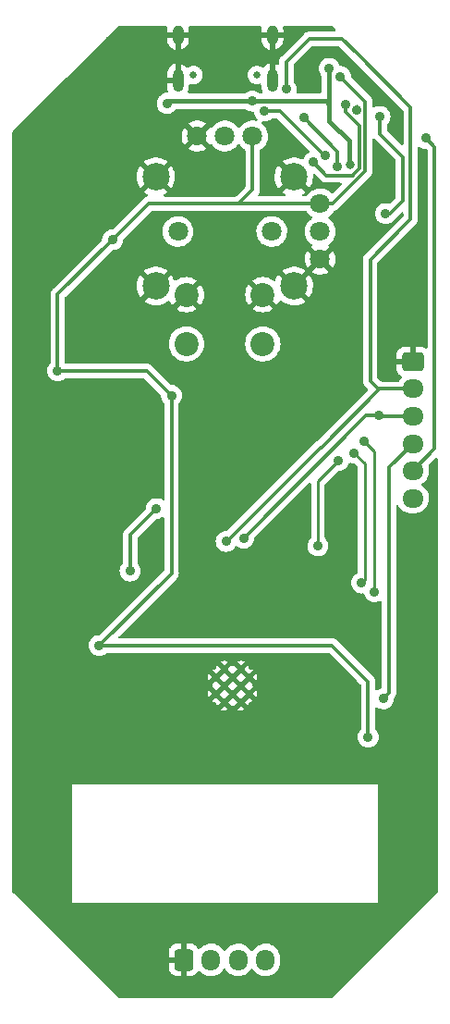
<source format=gbr>
%TF.GenerationSoftware,KiCad,Pcbnew,(6.0.8)*%
%TF.CreationDate,2022-10-07T16:11:38+02:00*%
%TF.ProjectId,bobbycar-emergency-hardware,626f6262-7963-4617-922d-656d65726765,rev?*%
%TF.SameCoordinates,Original*%
%TF.FileFunction,Copper,L2,Bot*%
%TF.FilePolarity,Positive*%
%FSLAX46Y46*%
G04 Gerber Fmt 4.6, Leading zero omitted, Abs format (unit mm)*
G04 Created by KiCad (PCBNEW (6.0.8)) date 2022-10-07 16:11:38*
%MOMM*%
%LPD*%
G01*
G04 APERTURE LIST*
G04 Aperture macros list*
%AMRoundRect*
0 Rectangle with rounded corners*
0 $1 Rounding radius*
0 $2 $3 $4 $5 $6 $7 $8 $9 X,Y pos of 4 corners*
0 Add a 4 corners polygon primitive as box body*
4,1,4,$2,$3,$4,$5,$6,$7,$8,$9,$2,$3,0*
0 Add four circle primitives for the rounded corners*
1,1,$1+$1,$2,$3*
1,1,$1+$1,$4,$5*
1,1,$1+$1,$6,$7*
1,1,$1+$1,$8,$9*
0 Add four rect primitives between the rounded corners*
20,1,$1+$1,$2,$3,$4,$5,0*
20,1,$1+$1,$4,$5,$6,$7,0*
20,1,$1+$1,$6,$7,$8,$9,0*
20,1,$1+$1,$8,$9,$2,$3,0*%
G04 Aperture macros list end*
%TA.AperFunction,ComponentPad*%
%ADD10RoundRect,0.250000X-0.600000X-0.725000X0.600000X-0.725000X0.600000X0.725000X-0.600000X0.725000X0*%
%TD*%
%TA.AperFunction,ComponentPad*%
%ADD11O,1.700000X1.950000*%
%TD*%
%TA.AperFunction,ComponentPad*%
%ADD12RoundRect,0.250000X-0.725000X0.600000X-0.725000X-0.600000X0.725000X-0.600000X0.725000X0.600000X0*%
%TD*%
%TA.AperFunction,ComponentPad*%
%ADD13O,1.950000X1.700000*%
%TD*%
%TA.AperFunction,ComponentPad*%
%ADD14C,1.800000*%
%TD*%
%TA.AperFunction,ComponentPad*%
%ADD15C,2.500000*%
%TD*%
%TA.AperFunction,ComponentPad*%
%ADD16C,2.200000*%
%TD*%
%TA.AperFunction,ComponentPad*%
%ADD17C,0.650000*%
%TD*%
%TA.AperFunction,ComponentPad*%
%ADD18O,1.000000X2.100000*%
%TD*%
%TA.AperFunction,ComponentPad*%
%ADD19O,1.000000X1.800000*%
%TD*%
%TA.AperFunction,ComponentPad*%
%ADD20C,0.475000*%
%TD*%
%TA.AperFunction,ViaPad*%
%ADD21C,0.900000*%
%TD*%
%TA.AperFunction,ViaPad*%
%ADD22C,0.800000*%
%TD*%
%TA.AperFunction,Conductor*%
%ADD23C,0.300000*%
%TD*%
%TA.AperFunction,Conductor*%
%ADD24C,0.450000*%
%TD*%
%TA.AperFunction,Conductor*%
%ADD25C,0.250000*%
%TD*%
G04 APERTURE END LIST*
D10*
%TO.P,J1,1,Pin_1*%
%TO.N,GND*%
X6200000Y4000000D03*
D11*
%TO.P,J1,2,Pin_2*%
%TO.N,CANL*%
X8700000Y4000000D03*
%TO.P,J1,3,Pin_3*%
%TO.N,CANH*%
X11200000Y4000000D03*
%TO.P,J1,4,Pin_4*%
%TO.N,Net-(D1-Pad2)*%
X13700000Y4000000D03*
%TD*%
D12*
%TO.P,J2,1,Pin_1*%
%TO.N,GND*%
X27195000Y58750000D03*
D13*
%TO.P,J2,2,Pin_2*%
%TO.N,ESP_RX*%
X27195000Y56250000D03*
%TO.P,J2,3,Pin_3*%
%TO.N,ESP_TX*%
X27195000Y53750000D03*
%TO.P,J2,4,Pin_4*%
%TO.N,EN*%
X27195000Y51250000D03*
%TO.P,J2,5,Pin_5*%
%TO.N,IO0*%
X27195000Y48750000D03*
%TO.P,J2,6,Pin_6*%
%TO.N,Net-(D4-Pad2)*%
X27195000Y46250000D03*
%TD*%
D14*
%TO.P,SW1,*%
%TO.N,*%
X14280000Y70672000D03*
X5680000Y70672000D03*
%TO.P,SW1,1,B*%
%TO.N,GND*%
X18710000Y68132000D03*
%TO.P,SW1,2,DTA*%
%TO.N,ANALOG_X*%
X18710000Y70672000D03*
%TO.P,SW1,3,A*%
%TO.N,+3V3*%
X18710000Y73212000D03*
%TO.P,SW1,4,A*%
X12520000Y79402000D03*
%TO.P,SW1,5,DTA*%
%TO.N,ANALOG_Y*%
X9980000Y79402000D03*
%TO.P,SW1,6,B*%
%TO.N,GND*%
X7440000Y79402000D03*
D15*
%TO.P,SW1,7,GND*%
X3650000Y75672000D03*
%TO.P,SW1,8,GND*%
X3650000Y65672000D03*
%TO.P,SW1,9,GND*%
X16300000Y65672000D03*
%TO.P,SW1,10,GND*%
X16300000Y75672000D03*
D16*
%TO.P,SW1,a,a*%
X6460000Y64882000D03*
%TO.P,SW1,b,b*%
%TO.N,ANALOG_BUTTON*%
X6460000Y60382000D03*
%TO.P,SW1,c,c*%
%TO.N,GND*%
X13460000Y64882000D03*
%TO.P,SW1,d,d*%
%TO.N,ANALOG_BUTTON*%
X13460000Y60382000D03*
%TD*%
D17*
%TO.P,USBC1,*%
%TO.N,*%
X12890000Y84990000D03*
X7110000Y84990000D03*
D18*
%TO.P,USBC1,1,SHIELD*%
%TO.N,GND*%
X14320000Y84490000D03*
D19*
%TO.P,USBC1,2,SHIELD*%
X14320000Y88670000D03*
%TO.P,USBC1,3,SHIELD*%
X5680000Y88670000D03*
D18*
%TO.P,USBC1,4,SHIELD*%
X5680000Y84490000D03*
%TD*%
D20*
%TO.P,U2,39,GND*%
%TO.N,GND*%
X11442500Y30615000D03*
X10680000Y28327500D03*
X10680000Y29852500D03*
X12205000Y29852500D03*
X12205000Y28327500D03*
X11442500Y29090000D03*
X9917500Y30615000D03*
X9155000Y28327500D03*
X9155000Y29852500D03*
X11442500Y27565000D03*
X9917500Y29090000D03*
X9917500Y27565000D03*
%TD*%
D21*
%TO.N,+3V3*%
X20574000Y84836000D03*
X-5334000Y57912000D03*
X5100000Y55646000D03*
X-1524000Y32766000D03*
X23114000Y24384000D03*
X-314500Y69910500D03*
%TO.N,GND*%
X12446000Y88646000D03*
X21100000Y45300000D03*
X-3300000Y39300000D03*
X1800000Y60100000D03*
X12000000Y50500000D03*
X28200000Y41500000D03*
X-3500000Y83500000D03*
X-8800000Y79000000D03*
X-5800000Y42400000D03*
X13600000Y34000000D03*
X18100000Y55200000D03*
X-8600000Y42500000D03*
X-6900000Y34700000D03*
X20600000Y71600000D03*
X-9000000Y20100000D03*
X20000000Y41700000D03*
X1900000Y6000000D03*
X7800000Y34300000D03*
X13600000Y41800000D03*
X-8500000Y46400000D03*
X23100000Y70900000D03*
X-400000Y66700000D03*
X16500000Y71000000D03*
X17500000Y4600000D03*
X-3100000Y64200000D03*
X3800000Y62100000D03*
X13800000Y25400000D03*
X25300000Y19100000D03*
X15900000Y30100000D03*
X-8600000Y55300000D03*
X11700000Y71400000D03*
X-8600000Y59900000D03*
X-8500000Y51100000D03*
X25200000Y76700000D03*
X7500000Y57400000D03*
X1900000Y1400000D03*
X-8600000Y74400000D03*
X-6100000Y71500000D03*
X12000000Y8400000D03*
X16300000Y50800000D03*
X20600000Y29400000D03*
X26800000Y35100000D03*
X6500000Y67900000D03*
X800000Y56100000D03*
X-2900000Y6100000D03*
X16300000Y37100000D03*
X11684000Y87376000D03*
X10600000Y22300000D03*
X27200000Y15200000D03*
X21500000Y33800000D03*
X-800000Y25300000D03*
X-500000Y62300000D03*
X27000000Y23000000D03*
X-6300000Y66600000D03*
X3700000Y21900000D03*
X7300000Y50600000D03*
X10700000Y36700000D03*
X-6600000Y12500000D03*
X11900000Y57500000D03*
X18700000Y7300000D03*
X-3500000Y45600000D03*
X9800000Y52200000D03*
X9800000Y6700000D03*
X4900000Y29600000D03*
X-5400000Y32400000D03*
X-6100000Y76900000D03*
X27800000Y68700000D03*
X-5000000Y37000000D03*
X21400000Y8300000D03*
X25200000Y25400000D03*
X1800000Y63900000D03*
X5100000Y79800000D03*
X-2000000Y53800000D03*
X762000Y88900000D03*
X5000000Y36800000D03*
X-500000Y3800000D03*
X15600000Y8300000D03*
X9300000Y64600000D03*
X3000000Y69300000D03*
X-3900000Y74300000D03*
X-8700000Y32500000D03*
X18000000Y40100000D03*
X-300000Y80600000D03*
X11900000Y54100000D03*
X-7100000Y39500000D03*
X-3800000Y34400000D03*
X16300000Y21900000D03*
X9700000Y55600000D03*
X14700000Y52000000D03*
X25000000Y11300000D03*
X-8600000Y69000000D03*
X-508000Y88138000D03*
X-6800000Y30000000D03*
X18200000Y63500000D03*
X9652000Y85852000D03*
X-3100000Y60100000D03*
X8382000Y87376000D03*
X-4000000Y69000000D03*
X-8700000Y27900000D03*
X-8600000Y64200000D03*
X18100000Y60000000D03*
X7400000Y54000000D03*
X4064000Y84836000D03*
X-8600000Y37000000D03*
X26800000Y29000000D03*
X16300000Y57500000D03*
X-900000Y30200000D03*
X8600000Y74700000D03*
X22050000Y81750000D03*
X10160000Y87122000D03*
X21300000Y55100000D03*
X16300000Y61600000D03*
X9300000Y69400000D03*
X17200000Y85400000D03*
X13900000Y76600000D03*
X7200000Y25500000D03*
X27600000Y62300000D03*
X-6700000Y61900000D03*
%TO.N,+5V*%
X19558000Y85598000D03*
X4700000Y82400000D03*
D22*
X21450000Y76800000D03*
D21*
X12500000Y82600000D03*
%TO.N,Net-(C14-Pad2)*%
X21000000Y82300000D03*
X18100000Y77000000D03*
%TO.N,ESP_RX*%
X15600000Y83700000D03*
X10100000Y42300000D03*
%TO.N,ESP_TX*%
X20300000Y76600000D03*
X11700000Y42600000D03*
X24100000Y53800000D03*
X17200000Y81100000D03*
%TO.N,EN*%
X24500000Y27900000D03*
%TO.N,IO0*%
X28400000Y79200000D03*
X1300000Y39600000D03*
X3700000Y45300000D03*
%TO.N,RTS*%
X24700000Y72300000D03*
X24200000Y81200000D03*
%TO.N,ANALOG_X*%
X23700000Y37700000D03*
X22700000Y51500000D03*
%TO.N,ANALOG_Y*%
X21800000Y50400000D03*
X22500000Y38500000D03*
%TO.N,ANALOG_BUTTON*%
X18500000Y41900000D03*
X20400000Y49700000D03*
%TO.N,USB_DN*%
X19200000Y77600000D03*
X13600000Y81700000D03*
%TD*%
D23*
%TO.N,+3V3*%
X5100000Y39390000D02*
X-1524000Y32766000D01*
X22860000Y82550000D02*
X20574000Y84836000D01*
X12520000Y74470000D02*
X11250000Y73200000D01*
X22860000Y76200000D02*
X22860000Y82550000D01*
X5100000Y55646000D02*
X5100000Y39390000D01*
X-5334000Y64891000D02*
X-314500Y69910500D01*
X18710000Y73212000D02*
X19872000Y73212000D01*
X-5334000Y57912000D02*
X-5334000Y64891000D01*
X11100000Y73200000D02*
X2999000Y73200000D01*
X19812000Y32766000D02*
X22606000Y29972000D01*
X2999000Y73200000D02*
X2987000Y73212000D01*
X23114000Y28448000D02*
X23114000Y24384000D01*
X19872000Y73212000D02*
X22860000Y76200000D01*
X-5334000Y57912000D02*
X2834000Y57912000D01*
X22606000Y29972000D02*
X23114000Y29464000D01*
X12520000Y79402000D02*
X12520000Y74470000D01*
X-1524000Y32766000D02*
X19812000Y32766000D01*
X2834000Y57912000D02*
X5100000Y55646000D01*
X18710000Y73212000D02*
X11262000Y73212000D01*
X23114000Y29464000D02*
X23114000Y28448000D01*
X2987000Y73212000D02*
X-314500Y69910500D01*
X11262000Y73212000D02*
X11250000Y73200000D01*
X11250000Y73200000D02*
X11100000Y73200000D01*
D24*
%TO.N,+5V*%
X19558000Y85598000D02*
X19558000Y82296000D01*
X19558000Y82296000D02*
X19558000Y80792000D01*
X19254000Y82600000D02*
X19558000Y82296000D01*
X4900000Y82600000D02*
X4700000Y82400000D01*
X21350000Y76900000D02*
X21450000Y76800000D01*
X21350000Y79000000D02*
X21350000Y76900000D01*
X19558000Y80792000D02*
X21350000Y79000000D01*
X12500000Y82600000D02*
X4900000Y82600000D01*
X12500000Y82600000D02*
X19254000Y82600000D01*
D23*
%TO.N,Net-(C14-Pad2)*%
X22300000Y80331818D02*
X22300000Y76500000D01*
X21800000Y75917818D02*
X21682182Y75800000D01*
X21682182Y75800000D02*
X20100000Y75800000D01*
X20100000Y75800000D02*
X19300000Y75800000D01*
X19300000Y75800000D02*
X18100000Y77000000D01*
X22300000Y76417818D02*
X21800000Y75917818D01*
X21000000Y81631818D02*
X22300000Y80331818D01*
X22300000Y76500000D02*
X22300000Y76417818D01*
X21000000Y82300000D02*
X21000000Y81631818D01*
%TO.N,ESP_RX*%
X15600000Y86200000D02*
X15600000Y83700000D01*
X16700000Y87300000D02*
X15600000Y86200000D01*
X20700000Y88300000D02*
X19000000Y88300000D01*
X23300000Y63500000D02*
X23300000Y68100000D01*
X10162563Y42300000D02*
X10100000Y42300000D01*
X27000000Y71800000D02*
X27000000Y81300000D01*
X27195000Y56250000D02*
X24150000Y56250000D01*
X27000000Y81300000D02*
X27000000Y82000000D01*
X26400000Y71200000D02*
X27000000Y71800000D01*
X24100000Y56200000D02*
X18800000Y50900000D01*
X17700000Y88300000D02*
X16700000Y87300000D01*
X24150000Y56250000D02*
X24100000Y56200000D01*
X18762563Y50900000D02*
X10162563Y42300000D01*
X23300000Y57000000D02*
X23300000Y63500000D01*
X27000000Y82000000D02*
X22100000Y86900000D01*
X18800000Y50900000D02*
X18762563Y50900000D01*
X23300000Y68100000D02*
X26400000Y71200000D01*
X24100000Y56200000D02*
X23300000Y57000000D01*
X22100000Y86900000D02*
X20700000Y88300000D01*
X19000000Y88300000D02*
X17700000Y88300000D01*
%TO.N,ESP_TX*%
X22900000Y53800000D02*
X24100000Y53800000D01*
X17200000Y81100000D02*
X20300000Y78000000D01*
X27195000Y53750000D02*
X24150000Y53750000D01*
X24150000Y53750000D02*
X24100000Y53800000D01*
X11700000Y42600000D02*
X22900000Y53800000D01*
X20300000Y78000000D02*
X20300000Y76600000D01*
%TO.N,EN*%
X25000000Y28400000D02*
X25000000Y49055000D01*
X24500000Y27900000D02*
X25000000Y28400000D01*
X25000000Y49055000D02*
X27195000Y51250000D01*
%TO.N,IO0*%
X1300000Y42900000D02*
X3700000Y45300000D01*
X29200000Y78400000D02*
X28400000Y79200000D01*
X29200000Y50755000D02*
X29200000Y78400000D01*
X1300000Y39600000D02*
X1300000Y42900000D01*
X27195000Y48750000D02*
X29200000Y50755000D01*
%TO.N,RTS*%
X25100000Y72300000D02*
X24700000Y72300000D01*
X26300000Y73500000D02*
X25100000Y72300000D01*
X24200000Y81200000D02*
X24200000Y79600000D01*
X26300000Y77500000D02*
X26300000Y73500000D01*
X24200000Y79600000D02*
X26300000Y77500000D01*
D25*
%TO.N,ANALOG_X*%
X23700000Y37700000D02*
X23700000Y50500000D01*
X23700000Y50500000D02*
X22700000Y51500000D01*
%TO.N,ANALOG_Y*%
X22800000Y49400000D02*
X21800000Y50400000D01*
X22500000Y38500000D02*
X22800000Y38800000D01*
X22800000Y38800000D02*
X22800000Y46300000D01*
X22800000Y46300000D02*
X22800000Y49400000D01*
%TO.N,ANALOG_BUTTON*%
X18500000Y47800000D02*
X20400000Y49700000D01*
X18500000Y41900000D02*
X18500000Y47800000D01*
D23*
%TO.N,USB_DN*%
X19100000Y77600000D02*
X19200000Y77600000D01*
X15000000Y81700000D02*
X19100000Y77600000D01*
X13600000Y81700000D02*
X15000000Y81700000D01*
%TD*%
%TA.AperFunction,Conductor*%
%TO.N,GND*%
G36*
X4652126Y89471498D02*
G01*
X4698619Y89417842D01*
X4708723Y89347568D01*
X4704107Y89327401D01*
X4691119Y89286459D01*
X4688570Y89274468D01*
X4672393Y89130239D01*
X4672000Y89123215D01*
X4672000Y88942115D01*
X4676475Y88926876D01*
X4677865Y88925671D01*
X4685548Y88924000D01*
X6669885Y88924000D01*
X6685124Y88928475D01*
X6686329Y88929865D01*
X6688000Y88937548D01*
X6688000Y89116657D01*
X6687699Y89122805D01*
X6674188Y89260603D01*
X6671806Y89272635D01*
X6654763Y89329081D01*
X6654222Y89400075D01*
X6692149Y89460093D01*
X6756503Y89490077D01*
X6775385Y89491500D01*
X13224005Y89491500D01*
X13292126Y89471498D01*
X13338619Y89417842D01*
X13348723Y89347568D01*
X13344107Y89327401D01*
X13331119Y89286459D01*
X13328570Y89274468D01*
X13312393Y89130239D01*
X13312000Y89123215D01*
X13312000Y88942115D01*
X13316475Y88926876D01*
X13317865Y88925671D01*
X13325548Y88924000D01*
X15309885Y88924000D01*
X15325124Y88928475D01*
X15326329Y88929865D01*
X15328000Y88937548D01*
X15328000Y89116657D01*
X15327699Y89122805D01*
X15314188Y89260603D01*
X15311806Y89272635D01*
X15294763Y89329081D01*
X15294222Y89400075D01*
X15332149Y89460093D01*
X15396503Y89490077D01*
X15415385Y89491500D01*
X19737183Y89491500D01*
X19805304Y89471498D01*
X19826278Y89454595D01*
X20107278Y89173595D01*
X20141304Y89111283D01*
X20136239Y89040468D01*
X20093692Y88983632D01*
X20027172Y88958821D01*
X20018183Y88958500D01*
X17782060Y88958500D01*
X17770203Y88959059D01*
X17762463Y88960789D01*
X17754538Y88960540D01*
X17754537Y88960540D01*
X17691599Y88958562D01*
X17687641Y88958500D01*
X17658568Y88958500D01*
X17654634Y88958003D01*
X17654632Y88958003D01*
X17654189Y88957947D01*
X17642354Y88957015D01*
X17609564Y88955984D01*
X17604089Y88955812D01*
X17604088Y88955812D01*
X17596169Y88955563D01*
X17576444Y88949832D01*
X17575571Y88949579D01*
X17556218Y88945571D01*
X17552743Y88945132D01*
X17534936Y88942882D01*
X17527568Y88939965D01*
X17527565Y88939964D01*
X17491982Y88925875D01*
X17480747Y88922029D01*
X17444016Y88911358D01*
X17444013Y88911357D01*
X17436400Y88909145D01*
X17417935Y88898225D01*
X17400195Y88889534D01*
X17380244Y88881635D01*
X17342874Y88854484D01*
X17332952Y88847967D01*
X17300023Y88828493D01*
X17300019Y88828490D01*
X17293193Y88824453D01*
X17278029Y88809289D01*
X17262996Y88796449D01*
X17245643Y88783841D01*
X17216198Y88748248D01*
X17208208Y88739468D01*
X15192395Y86723655D01*
X15183615Y86715665D01*
X15183613Y86715663D01*
X15176920Y86711416D01*
X15171494Y86705638D01*
X15171493Y86705637D01*
X15128396Y86659743D01*
X15125641Y86656901D01*
X15105073Y86636333D01*
X15102356Y86632830D01*
X15094648Y86623805D01*
X15063028Y86590133D01*
X15059207Y86583182D01*
X15059206Y86583181D01*
X15052697Y86571342D01*
X15041843Y86554818D01*
X15034018Y86544729D01*
X15028696Y86537868D01*
X15025549Y86530596D01*
X15025548Y86530594D01*
X15010346Y86495465D01*
X15005124Y86484805D01*
X14982876Y86444337D01*
X14977541Y86423559D01*
X14971142Y86404869D01*
X14962620Y86385176D01*
X14961380Y86377345D01*
X14955394Y86339552D01*
X14952987Y86327929D01*
X14941500Y86283188D01*
X14941500Y86261741D01*
X14939949Y86242031D01*
X14936594Y86220848D01*
X14937340Y86212957D01*
X14940941Y86174862D01*
X14941500Y86163004D01*
X14941500Y86061285D01*
X14921498Y85993164D01*
X14867842Y85946671D01*
X14797568Y85936567D01*
X14755572Y85950449D01*
X14717929Y85970802D01*
X14706619Y85975556D01*
X14591308Y86011250D01*
X14577205Y86011456D01*
X14574000Y86004701D01*
X14574000Y84362000D01*
X14553998Y84293879D01*
X14500342Y84247386D01*
X14448000Y84236000D01*
X14192000Y84236000D01*
X14123879Y84256002D01*
X14077386Y84309658D01*
X14066000Y84362000D01*
X14066000Y85997924D01*
X14062027Y86011455D01*
X14054232Y86012575D01*
X13946479Y85980862D01*
X13935111Y85976269D01*
X13770846Y85890393D01*
X13760585Y85883679D01*
X13616127Y85767532D01*
X13607368Y85758954D01*
X13547414Y85687504D01*
X13488304Y85648177D01*
X13417317Y85647051D01*
X13376831Y85666559D01*
X13376749Y85666619D01*
X13309046Y85715808D01*
X13303018Y85718492D01*
X13303016Y85718493D01*
X13155015Y85784387D01*
X13155014Y85784387D01*
X13148984Y85787072D01*
X13063294Y85805286D01*
X12984061Y85822128D01*
X12984057Y85822128D01*
X12977604Y85823500D01*
X12802396Y85823500D01*
X12795943Y85822128D01*
X12795939Y85822128D01*
X12716706Y85805286D01*
X12631016Y85787072D01*
X12624987Y85784387D01*
X12624985Y85784387D01*
X12476985Y85718493D01*
X12476983Y85718492D01*
X12470955Y85715808D01*
X12329208Y85612823D01*
X12324795Y85607921D01*
X12324793Y85607920D01*
X12322438Y85605304D01*
X12211970Y85482618D01*
X12208670Y85476902D01*
X12208667Y85476898D01*
X12129031Y85338962D01*
X12124366Y85330882D01*
X12070223Y85164249D01*
X12069533Y85157683D01*
X12069532Y85157679D01*
X12055385Y85023074D01*
X12051909Y84990000D01*
X12052599Y84983435D01*
X12068095Y84836000D01*
X12070223Y84815751D01*
X12124366Y84649118D01*
X12127669Y84643397D01*
X12208667Y84503102D01*
X12208670Y84503098D01*
X12211970Y84497382D01*
X12216388Y84492475D01*
X12216389Y84492474D01*
X12318869Y84378660D01*
X12329208Y84367177D01*
X12350748Y84351528D01*
X12430094Y84293879D01*
X12470954Y84264192D01*
X12476982Y84261508D01*
X12476984Y84261507D01*
X12619817Y84197914D01*
X12631016Y84192928D01*
X12716706Y84174714D01*
X12795939Y84157872D01*
X12795943Y84157872D01*
X12802396Y84156500D01*
X12977604Y84156500D01*
X12984057Y84157872D01*
X12984061Y84157872D01*
X13068843Y84175893D01*
X13148984Y84192928D01*
X13149360Y84193095D01*
X13218035Y84195056D01*
X13278832Y84158392D01*
X13310155Y84094679D01*
X13312000Y84073196D01*
X13312000Y83893343D01*
X13312301Y83887195D01*
X13325812Y83749397D01*
X13328195Y83737362D01*
X13381767Y83559924D01*
X13386443Y83548579D01*
X13402355Y83518652D01*
X13416674Y83449114D01*
X13391125Y83382874D01*
X13333820Y83340962D01*
X13291103Y83333500D01*
X13162488Y83333500D01*
X13094367Y83353502D01*
X13082173Y83362415D01*
X13043329Y83394549D01*
X13038580Y83398478D01*
X13033161Y83401408D01*
X13033158Y83401410D01*
X12925721Y83459500D01*
X12873231Y83487881D01*
X12693666Y83543466D01*
X12687541Y83544110D01*
X12687540Y83544110D01*
X12512852Y83562471D01*
X12512851Y83562471D01*
X12506724Y83563115D01*
X12429673Y83556103D01*
X12325665Y83546637D01*
X12325662Y83546636D01*
X12319526Y83546078D01*
X12313620Y83544340D01*
X12313616Y83544339D01*
X12231603Y83520201D01*
X12139202Y83493006D01*
X11972621Y83405920D01*
X11917128Y83361302D01*
X11851508Y83334207D01*
X11838178Y83333500D01*
X6709959Y83333500D01*
X6641838Y83353502D01*
X6595345Y83407158D01*
X6585241Y83477432D01*
X6599544Y83520201D01*
X6608005Y83535592D01*
X6612834Y83546858D01*
X6668880Y83723538D01*
X6671430Y83735532D01*
X6687607Y83879761D01*
X6688000Y83886785D01*
X6688000Y84073196D01*
X6708002Y84141317D01*
X6761658Y84187810D01*
X6831932Y84197914D01*
X6848440Y84194075D01*
X6851016Y84192928D01*
X6931157Y84175893D01*
X7015939Y84157872D01*
X7015943Y84157872D01*
X7022396Y84156500D01*
X7197604Y84156500D01*
X7204057Y84157872D01*
X7204061Y84157872D01*
X7283294Y84174714D01*
X7368984Y84192928D01*
X7380183Y84197914D01*
X7523016Y84261507D01*
X7523018Y84261508D01*
X7529046Y84264192D01*
X7569907Y84293879D01*
X7649252Y84351528D01*
X7670792Y84367177D01*
X7681132Y84378660D01*
X7783611Y84492474D01*
X7783612Y84492475D01*
X7788030Y84497382D01*
X7791330Y84503098D01*
X7791333Y84503102D01*
X7872331Y84643397D01*
X7875634Y84649118D01*
X7929777Y84815751D01*
X7931906Y84836000D01*
X7947401Y84983435D01*
X7948091Y84990000D01*
X7944615Y85023074D01*
X7930468Y85157679D01*
X7930467Y85157683D01*
X7929777Y85164249D01*
X7875634Y85330882D01*
X7870969Y85338962D01*
X7791333Y85476898D01*
X7791330Y85476902D01*
X7788030Y85482618D01*
X7677562Y85605304D01*
X7675207Y85607920D01*
X7675205Y85607921D01*
X7670792Y85612823D01*
X7636951Y85637410D01*
X7534388Y85711927D01*
X7534387Y85711928D01*
X7529046Y85715808D01*
X7523018Y85718492D01*
X7523016Y85718493D01*
X7375015Y85784387D01*
X7375014Y85784387D01*
X7368984Y85787072D01*
X7283294Y85805286D01*
X7204061Y85822128D01*
X7204057Y85822128D01*
X7197604Y85823500D01*
X7022396Y85823500D01*
X7015943Y85822128D01*
X7015939Y85822128D01*
X6936706Y85805286D01*
X6851016Y85787072D01*
X6844987Y85784387D01*
X6844985Y85784387D01*
X6696985Y85718493D01*
X6696983Y85718492D01*
X6690955Y85715808D01*
X6685614Y85711928D01*
X6685613Y85711927D01*
X6623252Y85666619D01*
X6556384Y85642760D01*
X6487233Y85658841D01*
X6451548Y85688920D01*
X6402607Y85748928D01*
X6393959Y85757637D01*
X6251144Y85875784D01*
X6240973Y85882644D01*
X6077924Y85970804D01*
X6066619Y85975556D01*
X5951308Y86011250D01*
X5937205Y86011456D01*
X5934000Y86004701D01*
X5934000Y84362000D01*
X5913998Y84293879D01*
X5860342Y84247386D01*
X5808000Y84236000D01*
X4690115Y84236000D01*
X4674876Y84231525D01*
X4673671Y84230135D01*
X4672000Y84222452D01*
X4672000Y83893343D01*
X4672301Y83887195D01*
X4685812Y83749397D01*
X4688195Y83737362D01*
X4741767Y83559924D01*
X4746443Y83548579D01*
X4749639Y83542568D01*
X4763958Y83473030D01*
X4738409Y83406790D01*
X4681104Y83364878D01*
X4649807Y83357935D01*
X4525665Y83346637D01*
X4525662Y83346636D01*
X4519526Y83346078D01*
X4513620Y83344340D01*
X4513616Y83344339D01*
X4380278Y83305095D01*
X4339202Y83293006D01*
X4172621Y83205920D01*
X4026128Y83088136D01*
X4022170Y83083418D01*
X4022167Y83083416D01*
X3960069Y83009410D01*
X3905302Y82944141D01*
X3902338Y82938749D01*
X3902335Y82938745D01*
X3843682Y82832054D01*
X3814746Y82779420D01*
X3812885Y82773553D01*
X3812884Y82773551D01*
X3794331Y82715064D01*
X3757909Y82600248D01*
X3736956Y82413448D01*
X3737472Y82407304D01*
X3751431Y82241073D01*
X3752685Y82226135D01*
X3754384Y82220211D01*
X3792329Y82087881D01*
X3804497Y82045445D01*
X3807312Y82039968D01*
X3807313Y82039965D01*
X3830653Y81994550D01*
X3890418Y81878260D01*
X3894241Y81873436D01*
X3894244Y81873432D01*
X3980395Y81764738D01*
X4007177Y81730948D01*
X4011871Y81726953D01*
X4122275Y81632992D01*
X4150324Y81609120D01*
X4155702Y81606114D01*
X4155704Y81606113D01*
X4202265Y81580091D01*
X4314409Y81517416D01*
X4493180Y81459330D01*
X4679830Y81437073D01*
X4685965Y81437545D01*
X4685967Y81437545D01*
X4861105Y81451021D01*
X4861109Y81451022D01*
X4867247Y81451494D01*
X4967265Y81479420D01*
X5042350Y81500384D01*
X5042353Y81500385D01*
X5048294Y81502044D01*
X5053798Y81504824D01*
X5053800Y81504825D01*
X5210574Y81584017D01*
X5210576Y81584018D01*
X5216075Y81586796D01*
X5364199Y81702523D01*
X5373862Y81713717D01*
X5468046Y81822831D01*
X5527699Y81861328D01*
X5563427Y81866500D01*
X11836544Y81866500D01*
X11904665Y81846498D01*
X11918208Y81836453D01*
X11950324Y81809120D01*
X11955702Y81806114D01*
X11955704Y81806113D01*
X12032367Y81763268D01*
X12114409Y81717416D01*
X12293180Y81659330D01*
X12479830Y81637073D01*
X12485965Y81637545D01*
X12485967Y81637545D01*
X12507577Y81639208D01*
X12517686Y81639986D01*
X12587141Y81625269D01*
X12637613Y81575338D01*
X12651283Y81537105D01*
X12652169Y81532278D01*
X12652685Y81526135D01*
X12668075Y81472465D01*
X12685010Y81413406D01*
X12704497Y81345445D01*
X12707312Y81339968D01*
X12707313Y81339965D01*
X12734495Y81287074D01*
X12790418Y81178260D01*
X12794241Y81173436D01*
X12794244Y81173432D01*
X12856356Y81095067D01*
X12907177Y81030948D01*
X12911871Y81026953D01*
X12911875Y81026949D01*
X12949802Y80994671D01*
X12988716Y80935289D01*
X12989347Y80864295D01*
X12951496Y80804230D01*
X12887180Y80774164D01*
X12846044Y80774670D01*
X12658095Y80808149D01*
X12658089Y80808150D01*
X12653006Y80809055D01*
X12580096Y80809946D01*
X12426581Y80811821D01*
X12426579Y80811821D01*
X12421411Y80811884D01*
X12192464Y80776850D01*
X11972314Y80704894D01*
X11967726Y80702506D01*
X11967722Y80702504D01*
X11781168Y80605390D01*
X11766872Y80597948D01*
X11762739Y80594845D01*
X11762736Y80594843D01*
X11638731Y80501737D01*
X11581655Y80458883D01*
X11421639Y80291436D01*
X11354306Y80192729D01*
X11299397Y80147729D01*
X11228872Y80139558D01*
X11165125Y80170812D01*
X11144428Y80195295D01*
X11102571Y80259996D01*
X11099764Y80264335D01*
X10943887Y80435642D01*
X10939836Y80438841D01*
X10939832Y80438845D01*
X10766177Y80575989D01*
X10766172Y80575992D01*
X10762123Y80579190D01*
X10757607Y80581683D01*
X10757604Y80581685D01*
X10563879Y80688627D01*
X10563875Y80688629D01*
X10559355Y80691124D01*
X10554486Y80692848D01*
X10554482Y80692850D01*
X10345903Y80766712D01*
X10345899Y80766713D01*
X10341028Y80768438D01*
X10335935Y80769345D01*
X10335932Y80769346D01*
X10118095Y80808149D01*
X10118089Y80808150D01*
X10113006Y80809055D01*
X10040096Y80809946D01*
X9886581Y80811821D01*
X9886579Y80811821D01*
X9881411Y80811884D01*
X9652464Y80776850D01*
X9432314Y80704894D01*
X9427726Y80702506D01*
X9427722Y80702504D01*
X9241168Y80605390D01*
X9226872Y80597948D01*
X9222739Y80594845D01*
X9222736Y80594843D01*
X9098731Y80501737D01*
X9041655Y80458883D01*
X8881639Y80291436D01*
X8860192Y80259996D01*
X8814002Y80192284D01*
X8759090Y80147282D01*
X8688565Y80139111D01*
X8624819Y80170366D01*
X8614979Y80182006D01*
X8598538Y80196165D01*
X8588973Y80191762D01*
X7812021Y79414811D01*
X7804408Y79400868D01*
X7804539Y79399034D01*
X7808790Y79392420D01*
X8586307Y78614904D01*
X8598313Y78608348D01*
X8624948Y78628696D01*
X8625827Y78627546D01*
X8662672Y78656266D01*
X8733376Y78662711D01*
X8796340Y78629908D01*
X8816432Y78604926D01*
X8836800Y78571687D01*
X8836806Y78571679D01*
X8839501Y78567281D01*
X8991147Y78392216D01*
X9169349Y78244270D01*
X9369322Y78127416D01*
X9585694Y78044791D01*
X9590760Y78043760D01*
X9590761Y78043760D01*
X9643846Y78032960D01*
X9812656Y77998615D01*
X9943324Y77993824D01*
X10038949Y77990317D01*
X10038953Y77990317D01*
X10044113Y77990128D01*
X10049233Y77990784D01*
X10049235Y77990784D01*
X10122291Y78000143D01*
X10273847Y78019558D01*
X10278795Y78021043D01*
X10278802Y78021044D01*
X10490747Y78084631D01*
X10495690Y78086114D01*
X10579639Y78127240D01*
X10699049Y78185738D01*
X10699052Y78185740D01*
X10703684Y78188009D01*
X10892243Y78322506D01*
X11056303Y78485995D01*
X11059319Y78490192D01*
X11059326Y78490200D01*
X11146960Y78612156D01*
X11202954Y78655804D01*
X11273658Y78662250D01*
X11336622Y78629447D01*
X11356715Y78604464D01*
X11376800Y78571687D01*
X11376806Y78571679D01*
X11379501Y78567281D01*
X11531147Y78392216D01*
X11709349Y78244270D01*
X11799070Y78191842D01*
X11847794Y78140204D01*
X11861500Y78083054D01*
X11861500Y74794950D01*
X11841498Y74726829D01*
X11824595Y74705854D01*
X11014144Y73895404D01*
X10951832Y73861379D01*
X10925049Y73858500D01*
X4495161Y73858500D01*
X4427040Y73878502D01*
X4380547Y73932158D01*
X4370443Y74002432D01*
X4399937Y74067012D01*
X4445424Y74100268D01*
X4459732Y74106415D01*
X4468008Y74110724D01*
X4682249Y74243300D01*
X4689188Y74248342D01*
X4697518Y74260981D01*
X4691456Y74271334D01*
X3662812Y75299978D01*
X3648868Y75307592D01*
X3647035Y75307461D01*
X3640420Y75303210D01*
X2612270Y74275060D01*
X2605612Y74262867D01*
X2614325Y74251347D01*
X2712018Y74179716D01*
X2719928Y74174773D01*
X2874495Y74093451D01*
X2925467Y74044031D01*
X2941630Y73974899D01*
X2917851Y73908003D01*
X2861680Y73864582D01*
X2847472Y73860246D01*
X2842211Y73859749D01*
X2787133Y73839920D01*
X2779614Y73837477D01*
X2731009Y73823356D01*
X2731007Y73823355D01*
X2723400Y73821145D01*
X2715622Y73816545D01*
X2694177Y73806454D01*
X2685671Y73803392D01*
X2679115Y73798937D01*
X2679116Y73798937D01*
X2637254Y73770487D01*
X2630578Y73766250D01*
X2580193Y73736453D01*
X2573809Y73730069D01*
X2555537Y73714952D01*
X2548065Y73709874D01*
X2542821Y73703926D01*
X2542820Y73703925D01*
X2509354Y73665965D01*
X2503935Y73660195D01*
X-247877Y70908383D01*
X-310189Y70874357D01*
X-325549Y70871997D01*
X-391907Y70865958D01*
X-488835Y70857137D01*
X-488838Y70857136D01*
X-494974Y70856578D01*
X-500880Y70854840D01*
X-500884Y70854839D01*
X-634222Y70815595D01*
X-675298Y70803506D01*
X-841879Y70716420D01*
X-988372Y70598636D01*
X-1109198Y70454641D01*
X-1112162Y70449249D01*
X-1112165Y70449245D01*
X-1151081Y70378456D01*
X-1199754Y70289920D01*
X-1256591Y70110748D01*
X-1257277Y70104629D01*
X-1275756Y69939884D01*
X-1277544Y69923948D01*
X-1278644Y69924071D01*
X-1297809Y69862012D01*
X-1313753Y69842507D01*
X-5741605Y65414655D01*
X-5750385Y65406665D01*
X-5750387Y65406663D01*
X-5757080Y65402416D01*
X-5762506Y65396638D01*
X-5762507Y65396637D01*
X-5805604Y65350743D01*
X-5808359Y65347901D01*
X-5828927Y65327333D01*
X-5831644Y65323830D01*
X-5839352Y65314805D01*
X-5870972Y65281133D01*
X-5874793Y65274182D01*
X-5874794Y65274181D01*
X-5881303Y65262342D01*
X-5892157Y65245818D01*
X-5899982Y65235729D01*
X-5905304Y65228868D01*
X-5908451Y65221596D01*
X-5908452Y65221594D01*
X-5923654Y65186465D01*
X-5928876Y65175805D01*
X-5951124Y65135337D01*
X-5956459Y65114559D01*
X-5962858Y65095869D01*
X-5971380Y65076176D01*
X-5972620Y65068345D01*
X-5978606Y65030552D01*
X-5981013Y65018929D01*
X-5992500Y64974188D01*
X-5992500Y64952741D01*
X-5994051Y64933031D01*
X-5997406Y64911848D01*
X-5993373Y64869188D01*
X-5993059Y64865862D01*
X-5992500Y64854004D01*
X-5992500Y58664316D01*
X-6012502Y58596195D01*
X-6021977Y58583326D01*
X-6128698Y58456141D01*
X-6131662Y58450749D01*
X-6131665Y58450745D01*
X-6192268Y58340507D01*
X-6219254Y58291420D01*
X-6276091Y58112248D01*
X-6297044Y57925448D01*
X-6281315Y57738135D01*
X-6229503Y57557445D01*
X-6226688Y57551968D01*
X-6226687Y57551965D01*
X-6180080Y57461277D01*
X-6143582Y57390260D01*
X-6139759Y57385436D01*
X-6139756Y57385432D01*
X-6050888Y57273310D01*
X-6026823Y57242948D01*
X-6022129Y57238953D01*
X-5891648Y57127905D01*
X-5883676Y57121120D01*
X-5878298Y57118114D01*
X-5878296Y57118113D01*
X-5813779Y57082056D01*
X-5719591Y57029416D01*
X-5540820Y56971330D01*
X-5354170Y56949073D01*
X-5348035Y56949545D01*
X-5348033Y56949545D01*
X-5172895Y56963021D01*
X-5172891Y56963022D01*
X-5166753Y56963494D01*
X-5080155Y56987673D01*
X-4991650Y57012384D01*
X-4991647Y57012385D01*
X-4985706Y57014044D01*
X-4980202Y57016824D01*
X-4980200Y57016825D01*
X-4823426Y57096017D01*
X-4823424Y57096018D01*
X-4817925Y57098796D01*
X-4669801Y57214523D01*
X-4666089Y57218824D01*
X-4603112Y57251239D01*
X-4579347Y57253500D01*
X2509050Y57253500D01*
X2577171Y57233498D01*
X2598145Y57216595D01*
X4102670Y55712070D01*
X4136696Y55649758D01*
X4139133Y55633519D01*
X4145761Y55554595D01*
X4152685Y55472135D01*
X4204497Y55291445D01*
X4207312Y55285968D01*
X4207313Y55285965D01*
X4259479Y55184461D01*
X4290418Y55124260D01*
X4294241Y55119436D01*
X4294244Y55119432D01*
X4342390Y55058688D01*
X4407109Y54977034D01*
X4407177Y54976948D01*
X4407161Y54976935D01*
X4439069Y54915995D01*
X4441500Y54891364D01*
X4441500Y46197853D01*
X4421498Y46129732D01*
X4367842Y46083239D01*
X4297568Y46073135D01*
X4245043Y46093394D01*
X4243324Y46094554D01*
X4238580Y46098478D01*
X4073231Y46187881D01*
X3893666Y46243466D01*
X3887541Y46244110D01*
X3887540Y46244110D01*
X3712852Y46262471D01*
X3712851Y46262471D01*
X3706724Y46263115D01*
X3629673Y46256103D01*
X3525665Y46246637D01*
X3525662Y46246636D01*
X3519526Y46246078D01*
X3513620Y46244340D01*
X3513616Y46244339D01*
X3380278Y46205095D01*
X3339202Y46193006D01*
X3172621Y46105920D01*
X3026128Y45988136D01*
X3022170Y45983418D01*
X3022167Y45983416D01*
X2958416Y45907440D01*
X2905302Y45844141D01*
X2902338Y45838749D01*
X2902335Y45838745D01*
X2849231Y45742148D01*
X2814746Y45679420D01*
X2757909Y45500248D01*
X2736956Y45313448D01*
X2735856Y45313571D01*
X2716691Y45251512D01*
X2700747Y45232007D01*
X892395Y43423655D01*
X883615Y43415665D01*
X883613Y43415663D01*
X876920Y43411416D01*
X871494Y43405638D01*
X871493Y43405637D01*
X828396Y43359743D01*
X825641Y43356901D01*
X805073Y43336333D01*
X802356Y43332830D01*
X794648Y43323805D01*
X763028Y43290133D01*
X759207Y43283182D01*
X759206Y43283181D01*
X752697Y43271342D01*
X741843Y43254818D01*
X735498Y43246637D01*
X728696Y43237868D01*
X725549Y43230596D01*
X725548Y43230594D01*
X710346Y43195465D01*
X705124Y43184805D01*
X682876Y43144337D01*
X677541Y43123559D01*
X671142Y43104869D01*
X662620Y43085176D01*
X661380Y43077345D01*
X655394Y43039552D01*
X652987Y43027929D01*
X641500Y42983188D01*
X641500Y42961741D01*
X639949Y42942031D01*
X636594Y42920848D01*
X637340Y42912957D01*
X640941Y42874862D01*
X641500Y42863004D01*
X641500Y40352316D01*
X621498Y40284195D01*
X612023Y40271326D01*
X505302Y40144141D01*
X502338Y40138749D01*
X502335Y40138745D01*
X496176Y40127541D01*
X414746Y39979420D01*
X357909Y39800248D01*
X336956Y39613448D01*
X352685Y39426135D01*
X366762Y39377043D01*
X401379Y39256320D01*
X404497Y39245445D01*
X407312Y39239968D01*
X407313Y39239965D01*
X459348Y39138716D01*
X490418Y39078260D01*
X494241Y39073436D01*
X494244Y39073432D01*
X586688Y38956799D01*
X607177Y38930948D01*
X750324Y38809120D01*
X755702Y38806114D01*
X755704Y38806113D01*
X832366Y38763268D01*
X914409Y38717416D01*
X1093180Y38659330D01*
X1279830Y38637073D01*
X1285965Y38637545D01*
X1285967Y38637545D01*
X1461105Y38651021D01*
X1461109Y38651022D01*
X1467247Y38651494D01*
X1552378Y38675263D01*
X1642350Y38700384D01*
X1642353Y38700385D01*
X1648294Y38702044D01*
X1653798Y38704824D01*
X1653800Y38704825D01*
X1810574Y38784017D01*
X1810576Y38784018D01*
X1816075Y38786796D01*
X1964199Y38902523D01*
X1968225Y38907187D01*
X2082994Y39040148D01*
X2082995Y39040150D01*
X2087023Y39044816D01*
X2179870Y39208256D01*
X2239203Y39386618D01*
X2262762Y39573108D01*
X2263138Y39600000D01*
X2244795Y39787074D01*
X2190465Y39967023D01*
X2102218Y40132992D01*
X1986857Y40274440D01*
X1959303Y40339872D01*
X1958500Y40354075D01*
X1958500Y42575050D01*
X1978502Y42643171D01*
X1995405Y42664145D01*
X3634416Y44303156D01*
X3696728Y44337182D01*
X3713844Y44339690D01*
X3861105Y44351021D01*
X3861109Y44351022D01*
X3867247Y44351494D01*
X3952378Y44375263D01*
X4042350Y44400384D01*
X4042353Y44400385D01*
X4048294Y44402044D01*
X4053798Y44404824D01*
X4053800Y44404825D01*
X4210574Y44484017D01*
X4210576Y44484018D01*
X4216075Y44486796D01*
X4237929Y44503870D01*
X4303920Y44530047D01*
X4373591Y44516390D01*
X4424818Y44467234D01*
X4441500Y44404580D01*
X4441500Y39714950D01*
X4421498Y39646829D01*
X4404595Y39625855D01*
X-1457377Y33763883D01*
X-1519689Y33729857D01*
X-1535049Y33727497D01*
X-1601407Y33721458D01*
X-1698335Y33712637D01*
X-1698338Y33712636D01*
X-1704474Y33712078D01*
X-1710380Y33710340D01*
X-1710384Y33710339D01*
X-1843722Y33671095D01*
X-1884798Y33659006D01*
X-2051379Y33571920D01*
X-2197872Y33454136D01*
X-2201830Y33449418D01*
X-2201833Y33449416D01*
X-2243104Y33400231D01*
X-2318698Y33310141D01*
X-2321662Y33304749D01*
X-2321665Y33304745D01*
X-2382268Y33194507D01*
X-2409254Y33145420D01*
X-2466091Y32966248D01*
X-2487044Y32779448D01*
X-2471315Y32592135D01*
X-2419503Y32411445D01*
X-2333582Y32244260D01*
X-2329759Y32239436D01*
X-2329756Y32239432D01*
X-2226096Y32108648D01*
X-2216823Y32096948D01*
X-2212129Y32092953D01*
X-2185858Y32070595D01*
X-2073676Y31975120D01*
X-2068298Y31972114D01*
X-2068296Y31972113D01*
X-1991633Y31929268D01*
X-1909591Y31883416D01*
X-1730820Y31825330D01*
X-1544170Y31803073D01*
X-1538035Y31803545D01*
X-1538033Y31803545D01*
X-1362895Y31817021D01*
X-1362891Y31817022D01*
X-1356753Y31817494D01*
X-1271622Y31841263D01*
X-1181650Y31866384D01*
X-1181647Y31866385D01*
X-1175706Y31868044D01*
X-1170202Y31870824D01*
X-1170200Y31870825D01*
X-1013426Y31950017D01*
X-1013424Y31950018D01*
X-1007925Y31952796D01*
X-859801Y32068523D01*
X-856089Y32072824D01*
X-793112Y32105239D01*
X-769347Y32107500D01*
X19487050Y32107500D01*
X19555171Y32087498D01*
X19576145Y32070595D01*
X22081547Y29565193D01*
X22264797Y29381944D01*
X22418595Y29228146D01*
X22452621Y29165834D01*
X22455500Y29139051D01*
X22455500Y25136316D01*
X22435498Y25068195D01*
X22426023Y25055326D01*
X22319302Y24928141D01*
X22316338Y24922749D01*
X22316335Y24922745D01*
X22310176Y24911541D01*
X22228746Y24763420D01*
X22171909Y24584248D01*
X22150956Y24397448D01*
X22166685Y24210135D01*
X22218497Y24029445D01*
X22221312Y24023968D01*
X22221313Y24023965D01*
X22301603Y23867737D01*
X22304418Y23862260D01*
X22308241Y23857436D01*
X22308244Y23857432D01*
X22334625Y23824148D01*
X22421177Y23714948D01*
X22564324Y23593120D01*
X22569702Y23590114D01*
X22569704Y23590113D01*
X22646366Y23547268D01*
X22728409Y23501416D01*
X22907180Y23443330D01*
X23093830Y23421073D01*
X23099965Y23421545D01*
X23099967Y23421545D01*
X23275105Y23435021D01*
X23275109Y23435022D01*
X23281247Y23435494D01*
X23366378Y23459263D01*
X23456350Y23484384D01*
X23456353Y23484385D01*
X23462294Y23486044D01*
X23467798Y23488824D01*
X23467800Y23488825D01*
X23624574Y23568017D01*
X23624576Y23568018D01*
X23630075Y23570796D01*
X23778199Y23686523D01*
X23782225Y23691187D01*
X23896994Y23824148D01*
X23896995Y23824150D01*
X23901023Y23828816D01*
X23993870Y23992256D01*
X24053203Y24170618D01*
X24076762Y24357108D01*
X24077138Y24384000D01*
X24058795Y24571074D01*
X24004465Y24751023D01*
X23916218Y24916992D01*
X23800857Y25058440D01*
X23773303Y25123872D01*
X23772500Y25138075D01*
X23772500Y26993741D01*
X23792502Y27061862D01*
X23846158Y27108355D01*
X23916432Y27118459D01*
X23959970Y27103729D01*
X24114409Y27017416D01*
X24293180Y26959330D01*
X24479830Y26937073D01*
X24485965Y26937545D01*
X24485967Y26937545D01*
X24661105Y26951021D01*
X24661109Y26951022D01*
X24667247Y26951494D01*
X24752378Y26975263D01*
X24842350Y27000384D01*
X24842353Y27000385D01*
X24848294Y27002044D01*
X24853798Y27004824D01*
X24853800Y27004825D01*
X25010574Y27084017D01*
X25010576Y27084018D01*
X25016075Y27086796D01*
X25164199Y27202523D01*
X25178894Y27219547D01*
X25282994Y27340148D01*
X25282995Y27340150D01*
X25287023Y27344816D01*
X25302377Y27371843D01*
X25363407Y27479276D01*
X25379870Y27508256D01*
X25439203Y27686618D01*
X25462762Y27873108D01*
X25462884Y27881834D01*
X25483837Y27949669D01*
X25493379Y27962119D01*
X25494927Y27963667D01*
X25497647Y27967174D01*
X25505353Y27976196D01*
X25507812Y27978815D01*
X25536972Y28009867D01*
X25542272Y28019507D01*
X25547303Y28028658D01*
X25558157Y28045182D01*
X25566445Y28055868D01*
X25571304Y28062132D01*
X25574452Y28069406D01*
X25589654Y28104535D01*
X25594876Y28115195D01*
X25613305Y28148716D01*
X25613306Y28148718D01*
X25617124Y28155663D01*
X25622459Y28176441D01*
X25628858Y28195131D01*
X25637380Y28214824D01*
X25644606Y28260448D01*
X25647013Y28272071D01*
X25656528Y28309132D01*
X25658500Y28316812D01*
X25658500Y28338259D01*
X25660051Y28357969D01*
X25662166Y28371323D01*
X25663406Y28379152D01*
X25659059Y28425141D01*
X25658500Y28436996D01*
X25658500Y45506821D01*
X25678502Y45574942D01*
X25732158Y45621435D01*
X25802432Y45631539D01*
X25867012Y45602045D01*
X25892219Y45572187D01*
X25968377Y45446683D01*
X25971874Y45442653D01*
X26058438Y45342897D01*
X26119477Y45272555D01*
X26123608Y45269168D01*
X26293627Y45129760D01*
X26293633Y45129756D01*
X26297755Y45126376D01*
X26302391Y45123737D01*
X26302394Y45123735D01*
X26411422Y45061673D01*
X26498114Y45012325D01*
X26714825Y44933663D01*
X26720074Y44932714D01*
X26720077Y44932713D01*
X26937608Y44893377D01*
X26937615Y44893376D01*
X26941692Y44892639D01*
X26959414Y44891803D01*
X26964356Y44891570D01*
X26964363Y44891570D01*
X26965844Y44891500D01*
X27377890Y44891500D01*
X27444809Y44897178D01*
X27544409Y44905629D01*
X27544413Y44905630D01*
X27549720Y44906080D01*
X27554875Y44907418D01*
X27554881Y44907419D01*
X27767703Y44962657D01*
X27767707Y44962658D01*
X27772872Y44963999D01*
X27777738Y44966191D01*
X27777741Y44966192D01*
X27978202Y45056493D01*
X27983075Y45058688D01*
X28174319Y45187441D01*
X28341135Y45346576D01*
X28478754Y45531542D01*
X28583240Y45737051D01*
X28651607Y45957227D01*
X28666969Y46073135D01*
X28681198Y46180489D01*
X28681198Y46180494D01*
X28681898Y46185774D01*
X28681627Y46193006D01*
X28673449Y46410827D01*
X28673249Y46416158D01*
X28625907Y46641791D01*
X28541224Y46856221D01*
X28532078Y46871294D01*
X28424390Y47048757D01*
X28421623Y47053317D01*
X28334755Y47153424D01*
X28274023Y47223412D01*
X28274021Y47223414D01*
X28270523Y47227445D01*
X28228970Y47261516D01*
X28096373Y47370240D01*
X28096367Y47370244D01*
X28092245Y47373624D01*
X28060750Y47391552D01*
X28011445Y47442632D01*
X27997583Y47512262D01*
X28023566Y47578333D01*
X28052716Y47605573D01*
X28068398Y47616130D01*
X28174319Y47687441D01*
X28341135Y47846576D01*
X28478754Y48031542D01*
X28583240Y48237051D01*
X28651607Y48457227D01*
X28681898Y48685774D01*
X28673249Y48916158D01*
X28625907Y49141791D01*
X28623947Y49146754D01*
X28622413Y49151867D01*
X28624816Y49152588D01*
X28619311Y49212834D01*
X28653841Y49277581D01*
X29276405Y49900145D01*
X29338717Y49934171D01*
X29409532Y49929106D01*
X29466368Y49886559D01*
X29491179Y49820039D01*
X29491500Y49811050D01*
X29491500Y10262817D01*
X29471498Y10194696D01*
X29454595Y10173722D01*
X19826278Y545405D01*
X19763966Y511379D01*
X19737183Y508500D01*
X262817Y508500D01*
X194696Y528502D01*
X173722Y545405D01*
X-2508778Y3227905D01*
X4842001Y3227905D01*
X4842338Y3221386D01*
X4852257Y3125794D01*
X4855149Y3112400D01*
X4906588Y2958216D01*
X4912761Y2945038D01*
X4998063Y2807193D01*
X5007099Y2795792D01*
X5121829Y2681261D01*
X5133240Y2672249D01*
X5271243Y2587184D01*
X5284424Y2581037D01*
X5438710Y2529862D01*
X5452086Y2526995D01*
X5546438Y2517328D01*
X5552854Y2517000D01*
X5927885Y2517000D01*
X5943124Y2521475D01*
X5944329Y2522865D01*
X5946000Y2530548D01*
X5946000Y2535116D01*
X6454000Y2535116D01*
X6458475Y2519877D01*
X6459865Y2518672D01*
X6467548Y2517001D01*
X6847095Y2517001D01*
X6853614Y2517338D01*
X6949206Y2527257D01*
X6962600Y2530149D01*
X7116784Y2581588D01*
X7129962Y2587761D01*
X7267807Y2673063D01*
X7279208Y2682099D01*
X7393739Y2796829D01*
X7402753Y2808243D01*
X7488723Y2947713D01*
X7541495Y2995207D01*
X7611566Y3006631D01*
X7676690Y2978357D01*
X7687149Y2968574D01*
X7796576Y2853865D01*
X7981542Y2716246D01*
X7986293Y2713830D01*
X7986297Y2713828D01*
X8048704Y2682099D01*
X8187051Y2611760D01*
X8192145Y2610178D01*
X8192148Y2610177D01*
X8392020Y2548115D01*
X8407227Y2543393D01*
X8412516Y2542692D01*
X8630489Y2513802D01*
X8630494Y2513802D01*
X8635774Y2513102D01*
X8641103Y2513302D01*
X8641105Y2513302D01*
X8750966Y2517426D01*
X8866158Y2521751D01*
X8871468Y2522865D01*
X9086572Y2567998D01*
X9091791Y2569093D01*
X9096750Y2571051D01*
X9096752Y2571052D01*
X9301256Y2651815D01*
X9301258Y2651816D01*
X9306221Y2653776D01*
X9405184Y2713828D01*
X9498757Y2770610D01*
X9498756Y2770610D01*
X9503317Y2773377D01*
X9543497Y2808243D01*
X9673412Y2920977D01*
X9673414Y2920979D01*
X9677445Y2924477D01*
X9744807Y3006631D01*
X9820240Y3098627D01*
X9820244Y3098633D01*
X9823624Y3102755D01*
X9841552Y3134250D01*
X9892632Y3183555D01*
X9962262Y3197417D01*
X10028333Y3171434D01*
X10055573Y3142284D01*
X10137441Y3020681D01*
X10141120Y3016824D01*
X10141122Y3016822D01*
X10197030Y2958216D01*
X10296576Y2853865D01*
X10481542Y2716246D01*
X10486293Y2713830D01*
X10486297Y2713828D01*
X10548704Y2682099D01*
X10687051Y2611760D01*
X10692145Y2610178D01*
X10692148Y2610177D01*
X10892020Y2548115D01*
X10907227Y2543393D01*
X10912516Y2542692D01*
X11130489Y2513802D01*
X11130494Y2513802D01*
X11135774Y2513102D01*
X11141103Y2513302D01*
X11141105Y2513302D01*
X11250966Y2517426D01*
X11366158Y2521751D01*
X11371468Y2522865D01*
X11586572Y2567998D01*
X11591791Y2569093D01*
X11596750Y2571051D01*
X11596752Y2571052D01*
X11801256Y2651815D01*
X11801258Y2651816D01*
X11806221Y2653776D01*
X11905184Y2713828D01*
X11998757Y2770610D01*
X11998756Y2770610D01*
X12003317Y2773377D01*
X12043497Y2808243D01*
X12173412Y2920977D01*
X12173414Y2920979D01*
X12177445Y2924477D01*
X12244807Y3006631D01*
X12320240Y3098627D01*
X12320244Y3098633D01*
X12323624Y3102755D01*
X12341552Y3134250D01*
X12392632Y3183555D01*
X12462262Y3197417D01*
X12528333Y3171434D01*
X12555573Y3142284D01*
X12637441Y3020681D01*
X12641120Y3016824D01*
X12641122Y3016822D01*
X12697030Y2958216D01*
X12796576Y2853865D01*
X12981542Y2716246D01*
X12986293Y2713830D01*
X12986297Y2713828D01*
X13048704Y2682099D01*
X13187051Y2611760D01*
X13192145Y2610178D01*
X13192148Y2610177D01*
X13392020Y2548115D01*
X13407227Y2543393D01*
X13412516Y2542692D01*
X13630489Y2513802D01*
X13630494Y2513802D01*
X13635774Y2513102D01*
X13641103Y2513302D01*
X13641105Y2513302D01*
X13750966Y2517426D01*
X13866158Y2521751D01*
X13871468Y2522865D01*
X14086572Y2567998D01*
X14091791Y2569093D01*
X14096750Y2571051D01*
X14096752Y2571052D01*
X14301256Y2651815D01*
X14301258Y2651816D01*
X14306221Y2653776D01*
X14405184Y2713828D01*
X14498757Y2770610D01*
X14498756Y2770610D01*
X14503317Y2773377D01*
X14543497Y2808243D01*
X14673412Y2920977D01*
X14673414Y2920979D01*
X14677445Y2924477D01*
X14744807Y3006631D01*
X14820240Y3098627D01*
X14820244Y3098633D01*
X14823624Y3102755D01*
X14829115Y3112400D01*
X14935032Y3298471D01*
X14937675Y3303114D01*
X15016337Y3519825D01*
X15039023Y3645280D01*
X15056623Y3742608D01*
X15056624Y3742615D01*
X15057361Y3746692D01*
X15058500Y3770844D01*
X15058500Y4182890D01*
X15043920Y4354720D01*
X15042582Y4359875D01*
X15042581Y4359881D01*
X14987343Y4572703D01*
X14987342Y4572707D01*
X14986001Y4577872D01*
X14891312Y4788075D01*
X14762559Y4979319D01*
X14603424Y5146135D01*
X14418458Y5283754D01*
X14413707Y5286170D01*
X14413703Y5286172D01*
X14291731Y5348185D01*
X14212949Y5388240D01*
X14207855Y5389822D01*
X14207852Y5389823D01*
X13997871Y5455024D01*
X13992773Y5456607D01*
X13987484Y5457308D01*
X13769511Y5486198D01*
X13769506Y5486198D01*
X13764226Y5486898D01*
X13758897Y5486698D01*
X13758895Y5486698D01*
X13660368Y5482999D01*
X13533842Y5478249D01*
X13528623Y5477154D01*
X13508849Y5473005D01*
X13308209Y5430907D01*
X13303250Y5428949D01*
X13303248Y5428948D01*
X13098744Y5348185D01*
X13098742Y5348184D01*
X13093779Y5346224D01*
X13089220Y5343457D01*
X13089217Y5343456D01*
X12990832Y5283754D01*
X12896683Y5226623D01*
X12892653Y5223126D01*
X12799484Y5142278D01*
X12722555Y5075523D01*
X12719168Y5071392D01*
X12579760Y4901373D01*
X12579756Y4901367D01*
X12576376Y4897245D01*
X12558448Y4865750D01*
X12507368Y4816445D01*
X12437738Y4802583D01*
X12371667Y4828566D01*
X12344427Y4857716D01*
X12265539Y4974892D01*
X12262559Y4979319D01*
X12103424Y5146135D01*
X11918458Y5283754D01*
X11913707Y5286170D01*
X11913703Y5286172D01*
X11791731Y5348185D01*
X11712949Y5388240D01*
X11707855Y5389822D01*
X11707852Y5389823D01*
X11497871Y5455024D01*
X11492773Y5456607D01*
X11487484Y5457308D01*
X11269511Y5486198D01*
X11269506Y5486198D01*
X11264226Y5486898D01*
X11258897Y5486698D01*
X11258895Y5486698D01*
X11160368Y5482999D01*
X11033842Y5478249D01*
X11028623Y5477154D01*
X11008849Y5473005D01*
X10808209Y5430907D01*
X10803250Y5428949D01*
X10803248Y5428948D01*
X10598744Y5348185D01*
X10598742Y5348184D01*
X10593779Y5346224D01*
X10589220Y5343457D01*
X10589217Y5343456D01*
X10490832Y5283754D01*
X10396683Y5226623D01*
X10392653Y5223126D01*
X10299484Y5142278D01*
X10222555Y5075523D01*
X10219168Y5071392D01*
X10079760Y4901373D01*
X10079756Y4901367D01*
X10076376Y4897245D01*
X10058448Y4865750D01*
X10007368Y4816445D01*
X9937738Y4802583D01*
X9871667Y4828566D01*
X9844427Y4857716D01*
X9765539Y4974892D01*
X9762559Y4979319D01*
X9603424Y5146135D01*
X9418458Y5283754D01*
X9413707Y5286170D01*
X9413703Y5286172D01*
X9291731Y5348185D01*
X9212949Y5388240D01*
X9207855Y5389822D01*
X9207852Y5389823D01*
X8997871Y5455024D01*
X8992773Y5456607D01*
X8987484Y5457308D01*
X8769511Y5486198D01*
X8769506Y5486198D01*
X8764226Y5486898D01*
X8758897Y5486698D01*
X8758895Y5486698D01*
X8660368Y5482999D01*
X8533842Y5478249D01*
X8528623Y5477154D01*
X8508849Y5473005D01*
X8308209Y5430907D01*
X8303250Y5428949D01*
X8303248Y5428948D01*
X8098744Y5348185D01*
X8098742Y5348184D01*
X8093779Y5346224D01*
X8089220Y5343457D01*
X8089217Y5343456D01*
X7990832Y5283754D01*
X7896683Y5226623D01*
X7892653Y5223126D01*
X7799484Y5142278D01*
X7722555Y5075523D01*
X7719168Y5071392D01*
X7692994Y5039471D01*
X7634334Y4999476D01*
X7563364Y4997545D01*
X7502616Y5034290D01*
X7488416Y5053059D01*
X7401937Y5192807D01*
X7392901Y5204208D01*
X7278171Y5318739D01*
X7266760Y5327751D01*
X7128757Y5412816D01*
X7115576Y5418963D01*
X6961290Y5470138D01*
X6947914Y5473005D01*
X6853562Y5482672D01*
X6847145Y5483000D01*
X6472115Y5483000D01*
X6456876Y5478525D01*
X6455671Y5477135D01*
X6454000Y5469452D01*
X6454000Y2535116D01*
X5946000Y2535116D01*
X5946000Y3727885D01*
X5941525Y3743124D01*
X5940135Y3744329D01*
X5932452Y3746000D01*
X4860116Y3746000D01*
X4844877Y3741525D01*
X4843672Y3740135D01*
X4842001Y3732452D01*
X4842001Y3227905D01*
X-2508778Y3227905D01*
X-3552988Y4272115D01*
X4842000Y4272115D01*
X4846475Y4256876D01*
X4847865Y4255671D01*
X4855548Y4254000D01*
X5927885Y4254000D01*
X5943124Y4258475D01*
X5944329Y4259865D01*
X5946000Y4267548D01*
X5946000Y5464884D01*
X5941525Y5480123D01*
X5940135Y5481328D01*
X5932452Y5482999D01*
X5552905Y5482999D01*
X5546386Y5482662D01*
X5450794Y5472743D01*
X5437400Y5469851D01*
X5283216Y5418412D01*
X5270038Y5412239D01*
X5132193Y5326937D01*
X5120792Y5317901D01*
X5006261Y5203171D01*
X4997249Y5191760D01*
X4912184Y5053757D01*
X4906037Y5040576D01*
X4854862Y4886290D01*
X4851995Y4872914D01*
X4842328Y4778562D01*
X4842000Y4772146D01*
X4842000Y4272115D01*
X-3552988Y4272115D01*
X-9454595Y10173722D01*
X-9488621Y10236034D01*
X-9491500Y10262817D01*
X-9491500Y20030002D01*
X-4000000Y20030002D01*
X-3999999Y9250000D01*
X-3986451Y9250000D01*
X7980672Y9250001D01*
X24000001Y9250002D01*
X23999999Y20030001D01*
X12019328Y20030001D01*
X-3981885Y20030002D01*
X-4000000Y20030002D01*
X-9491500Y20030002D01*
X-9491500Y26894580D01*
X9588575Y26894580D01*
X9591358Y26890862D01*
X9729400Y26839525D01*
X9742991Y26836136D01*
X9894808Y26815879D01*
X9908804Y26815586D01*
X10061331Y26829467D01*
X10075055Y26832284D01*
X10220719Y26879613D01*
X10233469Y26885397D01*
X10235299Y26886488D01*
X10242802Y26894580D01*
X11113575Y26894580D01*
X11116358Y26890862D01*
X11254400Y26839525D01*
X11267991Y26836136D01*
X11419808Y26815879D01*
X11433804Y26815586D01*
X11586331Y26829467D01*
X11600055Y26832284D01*
X11745719Y26879613D01*
X11758469Y26885397D01*
X11760299Y26886488D01*
X11769887Y26896829D01*
X11766381Y26905243D01*
X11455312Y27216312D01*
X11441368Y27223926D01*
X11439533Y27223795D01*
X11432923Y27219547D01*
X11120334Y26906959D01*
X11113575Y26894580D01*
X10242802Y26894580D01*
X10244887Y26896829D01*
X10241381Y26905243D01*
X9930312Y27216312D01*
X9916368Y27223926D01*
X9914533Y27223795D01*
X9907923Y27219547D01*
X9595334Y26906959D01*
X9588575Y26894580D01*
X-9491500Y26894580D01*
X-9491500Y27657080D01*
X8826075Y27657080D01*
X8828858Y27653362D01*
X8966900Y27602025D01*
X8980491Y27598636D01*
X9068542Y27586888D01*
X9133419Y27558053D01*
X9172407Y27498720D01*
X9177277Y27474291D01*
X9182990Y27416029D01*
X9185901Y27402336D01*
X9234246Y27257007D01*
X9239213Y27246257D01*
X9248988Y27237320D01*
X9257607Y27240982D01*
X9568816Y27552192D01*
X9575193Y27563871D01*
X10258574Y27563871D01*
X10258705Y27562033D01*
X10262955Y27555421D01*
X10575122Y27243253D01*
X10587501Y27236494D01*
X10607006Y27251095D01*
X10673527Y27275906D01*
X10742901Y27260814D01*
X10767533Y27243221D01*
X10773988Y27237320D01*
X10782607Y27240982D01*
X11093816Y27552192D01*
X11100193Y27563871D01*
X11783574Y27563871D01*
X11783705Y27562033D01*
X11787955Y27555421D01*
X12100122Y27243253D01*
X12112501Y27236494D01*
X12116317Y27239351D01*
X12166646Y27371843D01*
X12170128Y27385404D01*
X12183321Y27479276D01*
X12212609Y27543950D01*
X12272213Y27582523D01*
X12296676Y27587222D01*
X12348840Y27591969D01*
X12362555Y27594784D01*
X12508219Y27642113D01*
X12520969Y27647897D01*
X12522799Y27648988D01*
X12532387Y27659329D01*
X12528881Y27667743D01*
X12217812Y27978812D01*
X12203868Y27986426D01*
X12202033Y27986295D01*
X12195423Y27982047D01*
X11817505Y27604130D01*
X11817503Y27604128D01*
X11791185Y27577809D01*
X11783574Y27563871D01*
X11100193Y27563871D01*
X11101427Y27566130D01*
X11101295Y27567966D01*
X11097046Y27574578D01*
X10719130Y27952495D01*
X10719128Y27952497D01*
X10692809Y27978815D01*
X10678871Y27986426D01*
X10677033Y27986295D01*
X10670421Y27982045D01*
X10292505Y27604130D01*
X10292503Y27604128D01*
X10266185Y27577809D01*
X10258574Y27563871D01*
X9575193Y27563871D01*
X9576427Y27566130D01*
X9576295Y27567966D01*
X9572046Y27574578D01*
X9194130Y27952495D01*
X9194128Y27952497D01*
X9167809Y27978815D01*
X9153871Y27986426D01*
X9152033Y27986295D01*
X9145421Y27982045D01*
X8832834Y27669459D01*
X8826075Y27657080D01*
X-9491500Y27657080D01*
X-9491500Y28330963D01*
X8405544Y28330963D01*
X8420490Y28178530D01*
X8423401Y28164836D01*
X8471746Y28019507D01*
X8476713Y28008757D01*
X8486488Y27999820D01*
X8495107Y28003482D01*
X8806316Y28314692D01*
X8812693Y28326371D01*
X9496074Y28326371D01*
X9496205Y28324532D01*
X9500453Y28317923D01*
X9530005Y28288370D01*
X9530004Y28288370D01*
X9530005Y28288369D01*
X9904690Y27913685D01*
X9918630Y27906073D01*
X9920466Y27906205D01*
X9927078Y27910454D01*
X10304995Y28288370D01*
X10304997Y28288372D01*
X10331315Y28314691D01*
X10337693Y28326371D01*
X11021074Y28326371D01*
X11021205Y28324532D01*
X11025453Y28317923D01*
X11055005Y28288370D01*
X11055004Y28288370D01*
X11055005Y28288369D01*
X11429690Y27913685D01*
X11443630Y27906073D01*
X11445466Y27906205D01*
X11452078Y27910454D01*
X11829995Y28288370D01*
X11829997Y28288372D01*
X11856315Y28314691D01*
X11862692Y28326370D01*
X12546073Y28326370D01*
X12546205Y28324534D01*
X12550454Y28317922D01*
X12862622Y28005753D01*
X12875001Y27998994D01*
X12878817Y28001851D01*
X12929146Y28134343D01*
X12932628Y28147904D01*
X12954374Y28302631D01*
X12954980Y28310513D01*
X12955162Y28323553D01*
X12954777Y28331423D01*
X12937359Y28486710D01*
X12934257Y28500363D01*
X12883889Y28645000D01*
X12881976Y28648991D01*
X12874271Y28655841D01*
X12865220Y28651845D01*
X12553684Y28340308D01*
X12546073Y28326370D01*
X11862692Y28326370D01*
X11863926Y28328629D01*
X11863795Y28330467D01*
X11859545Y28337079D01*
X11481630Y28714995D01*
X11481628Y28714997D01*
X11455309Y28741315D01*
X11441371Y28748926D01*
X11439533Y28748795D01*
X11432921Y28744545D01*
X11055005Y28366630D01*
X11055003Y28366628D01*
X11028685Y28340309D01*
X11021074Y28326371D01*
X10337693Y28326371D01*
X10338926Y28328629D01*
X10338795Y28330467D01*
X10334545Y28337079D01*
X9956630Y28714995D01*
X9956628Y28714997D01*
X9930309Y28741315D01*
X9916371Y28748926D01*
X9914533Y28748795D01*
X9907921Y28744545D01*
X9530005Y28366630D01*
X9530003Y28366628D01*
X9503685Y28340309D01*
X9496074Y28326371D01*
X8812693Y28326371D01*
X8813927Y28328630D01*
X8813795Y28330466D01*
X8809546Y28337078D01*
X8496825Y28649799D01*
X8484445Y28656559D01*
X8480231Y28653404D01*
X8428227Y28510527D01*
X8424935Y28496919D01*
X8405740Y28344969D01*
X8405544Y28330963D01*
X-9491500Y28330963D01*
X-9491500Y29182080D01*
X8826075Y29182080D01*
X8840362Y29162995D01*
X8865173Y29096475D01*
X8850082Y29027101D01*
X8833075Y29003114D01*
X8827003Y28996379D01*
X8830827Y28987549D01*
X9142188Y28676188D01*
X9156132Y28668574D01*
X9157967Y28668705D01*
X9164577Y28672953D01*
X9542495Y29050870D01*
X9542497Y29050872D01*
X9568815Y29077191D01*
X9575193Y29088871D01*
X10258574Y29088871D01*
X10258705Y29087032D01*
X10262953Y29080423D01*
X10292505Y29050870D01*
X10292504Y29050870D01*
X10292505Y29050869D01*
X10667190Y28676185D01*
X10681130Y28668573D01*
X10682966Y28668705D01*
X10689578Y28672954D01*
X11067495Y29050870D01*
X11067497Y29050872D01*
X11093815Y29077191D01*
X11100193Y29088871D01*
X11783574Y29088871D01*
X11783705Y29087032D01*
X11787953Y29080423D01*
X11817505Y29050870D01*
X11817504Y29050870D01*
X11817505Y29050869D01*
X12192190Y28676185D01*
X12206130Y28668573D01*
X12207966Y28668705D01*
X12214578Y28672954D01*
X12526900Y28985275D01*
X12533659Y28997653D01*
X12518745Y29017575D01*
X12493934Y29084095D01*
X12509025Y29153470D01*
X12527218Y29178754D01*
X12532387Y29184329D01*
X12528881Y29192743D01*
X12217812Y29503812D01*
X12203868Y29511426D01*
X12202033Y29511295D01*
X12195423Y29507047D01*
X11817505Y29129130D01*
X11817503Y29129128D01*
X11791185Y29102809D01*
X11783574Y29088871D01*
X11100193Y29088871D01*
X11101426Y29091129D01*
X11101295Y29092967D01*
X11097045Y29099579D01*
X10719130Y29477495D01*
X10719128Y29477497D01*
X10692809Y29503815D01*
X10678871Y29511426D01*
X10677033Y29511295D01*
X10670421Y29507045D01*
X10292505Y29129130D01*
X10292503Y29129128D01*
X10266185Y29102809D01*
X10258574Y29088871D01*
X9575193Y29088871D01*
X9576426Y29091129D01*
X9576295Y29092967D01*
X9572045Y29099579D01*
X9194130Y29477495D01*
X9194128Y29477497D01*
X9167809Y29503815D01*
X9153871Y29511426D01*
X9152033Y29511295D01*
X9145421Y29507045D01*
X8832834Y29194459D01*
X8826075Y29182080D01*
X-9491500Y29182080D01*
X-9491500Y29855963D01*
X8405544Y29855963D01*
X8420490Y29703530D01*
X8423401Y29689836D01*
X8471746Y29544507D01*
X8476713Y29533757D01*
X8486488Y29524820D01*
X8495107Y29528482D01*
X8806316Y29839692D01*
X8812693Y29851371D01*
X9496074Y29851371D01*
X9496205Y29849532D01*
X9500453Y29842923D01*
X9530005Y29813370D01*
X9530004Y29813370D01*
X9530005Y29813369D01*
X9904690Y29438685D01*
X9918630Y29431073D01*
X9920466Y29431205D01*
X9927078Y29435454D01*
X10304995Y29813370D01*
X10304997Y29813372D01*
X10331315Y29839691D01*
X10337693Y29851371D01*
X11021074Y29851371D01*
X11021205Y29849532D01*
X11025453Y29842923D01*
X11055005Y29813370D01*
X11055004Y29813370D01*
X11055005Y29813369D01*
X11429690Y29438685D01*
X11443630Y29431073D01*
X11445466Y29431205D01*
X11452078Y29435454D01*
X11829995Y29813370D01*
X11829997Y29813372D01*
X11856315Y29839691D01*
X11862692Y29851370D01*
X12546073Y29851370D01*
X12546205Y29849534D01*
X12550454Y29842922D01*
X12862622Y29530753D01*
X12875001Y29523994D01*
X12878817Y29526851D01*
X12929146Y29659343D01*
X12932628Y29672904D01*
X12954374Y29827631D01*
X12954980Y29835513D01*
X12955162Y29848553D01*
X12954777Y29856423D01*
X12937359Y30011710D01*
X12934257Y30025363D01*
X12883889Y30170000D01*
X12881976Y30173991D01*
X12874271Y30180841D01*
X12865220Y30176845D01*
X12553684Y29865308D01*
X12546073Y29851370D01*
X11862692Y29851370D01*
X11863926Y29853629D01*
X11863795Y29855467D01*
X11859545Y29862079D01*
X11481630Y30239995D01*
X11481628Y30239997D01*
X11455309Y30266315D01*
X11441371Y30273926D01*
X11439533Y30273795D01*
X11432921Y30269545D01*
X11055005Y29891630D01*
X11055003Y29891628D01*
X11028685Y29865309D01*
X11021074Y29851371D01*
X10337693Y29851371D01*
X10338926Y29853629D01*
X10338795Y29855467D01*
X10334545Y29862079D01*
X9956630Y30239995D01*
X9956628Y30239997D01*
X9930309Y30266315D01*
X9916371Y30273926D01*
X9914533Y30273795D01*
X9907921Y30269545D01*
X9530005Y29891630D01*
X9530003Y29891628D01*
X9503685Y29865309D01*
X9496074Y29851371D01*
X8812693Y29851371D01*
X8813927Y29853630D01*
X8813795Y29855466D01*
X8809546Y29862078D01*
X8496825Y30174799D01*
X8484445Y30181559D01*
X8480231Y30178404D01*
X8428227Y30035527D01*
X8424935Y30021919D01*
X8405740Y29869969D01*
X8405544Y29855963D01*
X-9491500Y29855963D01*
X-9491500Y30521379D01*
X8827003Y30521379D01*
X8830827Y30512549D01*
X9142188Y30201188D01*
X9156132Y30193574D01*
X9157967Y30193705D01*
X9164577Y30197953D01*
X9542495Y30575870D01*
X9542497Y30575872D01*
X9568815Y30602191D01*
X9575192Y30613870D01*
X10258573Y30613870D01*
X10258705Y30612034D01*
X10262954Y30605422D01*
X10292505Y30575870D01*
X10292504Y30575870D01*
X10292505Y30575869D01*
X10667190Y30201185D01*
X10681130Y30193573D01*
X10682966Y30193705D01*
X10689578Y30197954D01*
X11067495Y30575870D01*
X11067497Y30575872D01*
X11093815Y30602191D01*
X11100192Y30613870D01*
X11783573Y30613870D01*
X11783705Y30612034D01*
X11787954Y30605422D01*
X11817505Y30575870D01*
X11817504Y30575870D01*
X11817505Y30575869D01*
X12192190Y30201185D01*
X12206130Y30193573D01*
X12207966Y30193705D01*
X12214578Y30197954D01*
X12526900Y30510275D01*
X12533659Y30522654D01*
X12529689Y30527957D01*
X12527232Y30529156D01*
X12382948Y30580533D01*
X12369323Y30583728D01*
X12293041Y30592825D01*
X12227768Y30620753D01*
X12187956Y30679536D01*
X12182746Y30703894D01*
X12174859Y30774210D01*
X12171757Y30787863D01*
X12121389Y30932500D01*
X12119476Y30936491D01*
X12111771Y30943341D01*
X12102720Y30939345D01*
X11791184Y30627808D01*
X11783573Y30613870D01*
X11100192Y30613870D01*
X11101426Y30616129D01*
X11101295Y30617966D01*
X11097044Y30624580D01*
X10784325Y30937299D01*
X10771945Y30944059D01*
X10753329Y30930123D01*
X10686809Y30905312D01*
X10617435Y30920403D01*
X10594110Y30936817D01*
X10586771Y30943341D01*
X10577720Y30939345D01*
X10266184Y30627808D01*
X10258573Y30613870D01*
X9575192Y30613870D01*
X9576426Y30616129D01*
X9576295Y30617966D01*
X9572044Y30624580D01*
X9259325Y30937299D01*
X9246945Y30944059D01*
X9242731Y30940904D01*
X9190727Y30798027D01*
X9187435Y30784418D01*
X9177052Y30702230D01*
X9148670Y30637153D01*
X9089610Y30597752D01*
X9065217Y30592712D01*
X9000902Y30585952D01*
X8987238Y30582947D01*
X8842243Y30533588D01*
X8834889Y30530127D01*
X8827003Y30521379D01*
X-9491500Y30521379D01*
X-9491500Y31283879D01*
X9589503Y31283879D01*
X9593327Y31275049D01*
X9904688Y30963688D01*
X9918632Y30956074D01*
X9920467Y30956205D01*
X9927077Y30960453D01*
X10239400Y31272775D01*
X10245463Y31283879D01*
X11114503Y31283879D01*
X11118327Y31275049D01*
X11429688Y30963688D01*
X11443632Y30956074D01*
X11445467Y30956205D01*
X11452077Y30960453D01*
X11764400Y31272775D01*
X11771159Y31285154D01*
X11767189Y31290457D01*
X11764732Y31291656D01*
X11620448Y31343033D01*
X11606822Y31346229D01*
X11454729Y31364365D01*
X11440733Y31364463D01*
X11288402Y31348452D01*
X11274738Y31345447D01*
X11129743Y31296088D01*
X11122389Y31292627D01*
X11114503Y31283879D01*
X10245463Y31283879D01*
X10246159Y31285154D01*
X10242189Y31290457D01*
X10239732Y31291656D01*
X10095448Y31343033D01*
X10081822Y31346229D01*
X9929729Y31364365D01*
X9915733Y31364463D01*
X9763402Y31348452D01*
X9749738Y31345447D01*
X9604743Y31296088D01*
X9597389Y31292627D01*
X9589503Y31283879D01*
X-9491500Y31283879D01*
X-9491500Y75713477D01*
X1887898Y75713477D01*
X1899987Y75461825D01*
X1901124Y75452565D01*
X1950274Y75205465D01*
X1952768Y75196472D01*
X2037900Y74959361D01*
X2041700Y74950826D01*
X2160946Y74728899D01*
X2165957Y74721032D01*
X2229446Y74636010D01*
X2240704Y74627561D01*
X2253123Y74634333D01*
X3277978Y75659188D01*
X3284356Y75670868D01*
X4014408Y75670868D01*
X4014539Y75669035D01*
X4018790Y75662420D01*
X5049913Y74631297D01*
X5062293Y74624537D01*
X5070634Y74630781D01*
X5196765Y74826873D01*
X5201212Y74835064D01*
X5304691Y75064778D01*
X5307882Y75073545D01*
X5376269Y75316024D01*
X5378129Y75325166D01*
X5410116Y75576604D01*
X5410597Y75582892D01*
X5412847Y75668840D01*
X5412696Y75675149D01*
X5393912Y75927926D01*
X5392536Y75937132D01*
X5336929Y76182874D01*
X5334205Y76191785D01*
X5242888Y76426608D01*
X5238877Y76435017D01*
X5113854Y76653760D01*
X5108643Y76661486D01*
X5071391Y76708739D01*
X5059466Y76717210D01*
X5047934Y76710724D01*
X4022022Y75684812D01*
X4014408Y75670868D01*
X3284356Y75670868D01*
X3285592Y75673132D01*
X3285461Y75674965D01*
X3281210Y75681580D01*
X2251321Y76711469D01*
X2238013Y76718736D01*
X2227974Y76711614D01*
X2217761Y76699334D01*
X2212346Y76691742D01*
X2081646Y76476354D01*
X2077408Y76468037D01*
X1979981Y76235701D01*
X1977020Y76226851D01*
X1915006Y75982669D01*
X1913384Y75973472D01*
X1888143Y75722802D01*
X1887898Y75713477D01*
X-9491500Y75713477D01*
X-9491500Y77083197D01*
X2603216Y77083197D01*
X2607789Y77073421D01*
X3637188Y76044022D01*
X3651132Y76036408D01*
X3652965Y76036539D01*
X3659580Y76040790D01*
X4688419Y77069629D01*
X4694803Y77081319D01*
X4685391Y77093430D01*
X4548593Y77188330D01*
X4540565Y77193058D01*
X4314593Y77304495D01*
X4305960Y77307983D01*
X4065998Y77384795D01*
X4056938Y77386971D01*
X3808260Y77427471D01*
X3798973Y77428283D01*
X3547053Y77431581D01*
X3537742Y77431011D01*
X3288097Y77397036D01*
X3278978Y77395098D01*
X3037098Y77324596D01*
X3028367Y77321333D01*
X2799558Y77215849D01*
X2791406Y77211330D01*
X2612353Y77093938D01*
X2603216Y77083197D01*
X-9491500Y77083197D01*
X-9491500Y78240594D01*
X6643423Y78240594D01*
X6648704Y78233539D01*
X6825080Y78130473D01*
X6834363Y78126026D01*
X7041003Y78047117D01*
X7050901Y78044241D01*
X7267653Y78000143D01*
X7277883Y77998924D01*
X7498914Y77990818D01*
X7509223Y77991286D01*
X7728623Y78019392D01*
X7738688Y78021532D01*
X7950557Y78085095D01*
X7960152Y78088856D01*
X8158778Y78186162D01*
X8167636Y78191441D01*
X8225097Y78232428D01*
X8233497Y78243126D01*
X8226510Y78256279D01*
X7452811Y79029979D01*
X7438868Y79037592D01*
X7437034Y79037461D01*
X7430420Y79033210D01*
X6650180Y78252969D01*
X6643423Y78240594D01*
X-9491500Y78240594D01*
X-9491500Y79431362D01*
X6027893Y79431362D01*
X6040627Y79210532D01*
X6042061Y79200330D01*
X6090685Y78984561D01*
X6093773Y78974708D01*
X6176986Y78769780D01*
X6181634Y78760579D01*
X6270097Y78616219D01*
X6280553Y78606758D01*
X6289331Y78610542D01*
X7067979Y79389189D01*
X7075592Y79403132D01*
X7075461Y79404966D01*
X7071210Y79411580D01*
X6293862Y80188927D01*
X6282330Y80195224D01*
X6270048Y80185601D01*
X6214467Y80104123D01*
X6209379Y80095167D01*
X6116252Y79894541D01*
X6112689Y79884854D01*
X6053581Y79671720D01*
X6051650Y79661600D01*
X6028145Y79441651D01*
X6027893Y79431362D01*
X-9491500Y79431362D01*
X-9491500Y79737183D01*
X-9471498Y79805304D01*
X-9454595Y79826278D01*
X-8719584Y80561289D01*
X6645508Y80561289D01*
X6652251Y80548960D01*
X7427189Y79774021D01*
X7441132Y79766408D01*
X7442966Y79766539D01*
X7449580Y79770790D01*
X8228994Y80550205D01*
X8236011Y80563056D01*
X8228237Y80573726D01*
X8225902Y80575570D01*
X8217320Y80581271D01*
X8023678Y80688167D01*
X8014272Y80692394D01*
X7805772Y80766228D01*
X7795809Y80768860D01*
X7578047Y80807650D01*
X7567796Y80808619D01*
X7346616Y80811321D01*
X7336332Y80810601D01*
X7117693Y80777145D01*
X7107666Y80774756D01*
X6897426Y80706039D01*
X6887916Y80702042D01*
X6691725Y80599911D01*
X6683007Y80594422D01*
X6653961Y80572614D01*
X6645508Y80561289D01*
X-8719584Y80561289D01*
X-4518757Y84762115D01*
X4672000Y84762115D01*
X4676475Y84746876D01*
X4677865Y84745671D01*
X4685548Y84744000D01*
X5407885Y84744000D01*
X5423124Y84748475D01*
X5424329Y84749865D01*
X5426000Y84757548D01*
X5426000Y85997924D01*
X5422027Y86011455D01*
X5414232Y86012575D01*
X5306479Y85980862D01*
X5295111Y85976269D01*
X5130846Y85890393D01*
X5120585Y85883679D01*
X4976127Y85767532D01*
X4967368Y85758954D01*
X4848222Y85616961D01*
X4841292Y85606841D01*
X4751998Y85444415D01*
X4747166Y85433142D01*
X4691120Y85256462D01*
X4688570Y85244468D01*
X4672393Y85100239D01*
X4672000Y85093215D01*
X4672000Y84762115D01*
X-4518757Y84762115D01*
X-1057529Y88223343D01*
X4672000Y88223343D01*
X4672301Y88217195D01*
X4685812Y88079397D01*
X4688195Y88067362D01*
X4741767Y87889924D01*
X4746441Y87878584D01*
X4833460Y87714923D01*
X4840249Y87704706D01*
X4957397Y87561067D01*
X4966041Y87552363D01*
X5108856Y87434216D01*
X5119027Y87427356D01*
X5282076Y87339196D01*
X5293381Y87334444D01*
X5408692Y87298750D01*
X5422795Y87298544D01*
X5426000Y87305299D01*
X5426000Y87312076D01*
X5934000Y87312076D01*
X5937973Y87298545D01*
X5945768Y87297425D01*
X6053521Y87329138D01*
X6064889Y87333731D01*
X6229154Y87419607D01*
X6239415Y87426321D01*
X6383873Y87542468D01*
X6392632Y87551046D01*
X6511778Y87693039D01*
X6518708Y87703159D01*
X6608002Y87865585D01*
X6612834Y87876858D01*
X6668880Y88053538D01*
X6671430Y88065532D01*
X6687607Y88209761D01*
X6688000Y88216785D01*
X6688000Y88223343D01*
X13312000Y88223343D01*
X13312301Y88217195D01*
X13325812Y88079397D01*
X13328195Y88067362D01*
X13381767Y87889924D01*
X13386441Y87878584D01*
X13473460Y87714923D01*
X13480249Y87704706D01*
X13597397Y87561067D01*
X13606041Y87552363D01*
X13748856Y87434216D01*
X13759027Y87427356D01*
X13922076Y87339196D01*
X13933381Y87334444D01*
X14048692Y87298750D01*
X14062795Y87298544D01*
X14066000Y87305299D01*
X14066000Y87312076D01*
X14574000Y87312076D01*
X14577973Y87298545D01*
X14585768Y87297425D01*
X14693521Y87329138D01*
X14704889Y87333731D01*
X14869154Y87419607D01*
X14879415Y87426321D01*
X15023873Y87542468D01*
X15032632Y87551046D01*
X15151778Y87693039D01*
X15158708Y87703159D01*
X15248002Y87865585D01*
X15252834Y87876858D01*
X15308880Y88053538D01*
X15311430Y88065532D01*
X15327607Y88209761D01*
X15328000Y88216785D01*
X15328000Y88397885D01*
X15323525Y88413124D01*
X15322135Y88414329D01*
X15314452Y88416000D01*
X14592115Y88416000D01*
X14576876Y88411525D01*
X14575671Y88410135D01*
X14574000Y88402452D01*
X14574000Y87312076D01*
X14066000Y87312076D01*
X14066000Y88397885D01*
X14061525Y88413124D01*
X14060135Y88414329D01*
X14052452Y88416000D01*
X13330115Y88416000D01*
X13314876Y88411525D01*
X13313671Y88410135D01*
X13312000Y88402452D01*
X13312000Y88223343D01*
X6688000Y88223343D01*
X6688000Y88397885D01*
X6683525Y88413124D01*
X6682135Y88414329D01*
X6674452Y88416000D01*
X5952115Y88416000D01*
X5936876Y88411525D01*
X5935671Y88410135D01*
X5934000Y88402452D01*
X5934000Y87312076D01*
X5426000Y87312076D01*
X5426000Y88397885D01*
X5421525Y88413124D01*
X5420135Y88414329D01*
X5412452Y88416000D01*
X4690115Y88416000D01*
X4674876Y88411525D01*
X4673671Y88410135D01*
X4672000Y88402452D01*
X4672000Y88223343D01*
X-1057529Y88223343D01*
X173723Y89454595D01*
X236035Y89488621D01*
X262818Y89491500D01*
X4584005Y89491500D01*
X4652126Y89471498D01*
G37*
%TD.AperFunction*%
%TA.AperFunction,Conductor*%
G36*
X23724815Y79138482D02*
G01*
X23751752Y79116198D01*
X23760532Y79108208D01*
X24683003Y78185738D01*
X25604595Y77264146D01*
X25638620Y77201834D01*
X25641500Y77175051D01*
X25641500Y73824949D01*
X25621498Y73756828D01*
X25604595Y73735854D01*
X25114294Y73245553D01*
X25051982Y73211527D01*
X24987941Y73214283D01*
X24893666Y73243466D01*
X24887541Y73244110D01*
X24887540Y73244110D01*
X24712852Y73262471D01*
X24712851Y73262471D01*
X24706724Y73263115D01*
X24629673Y73256103D01*
X24525665Y73246637D01*
X24525662Y73246636D01*
X24519526Y73246078D01*
X24513620Y73244340D01*
X24513616Y73244339D01*
X24411495Y73214283D01*
X24339202Y73193006D01*
X24172621Y73105920D01*
X24026128Y72988136D01*
X23905302Y72844141D01*
X23902338Y72838749D01*
X23902335Y72838745D01*
X23863622Y72768326D01*
X23814746Y72679420D01*
X23812885Y72673553D01*
X23812884Y72673551D01*
X23800664Y72635027D01*
X23757909Y72500248D01*
X23736956Y72313448D01*
X23737472Y72307304D01*
X23746574Y72198914D01*
X23752685Y72126135D01*
X23754384Y72120211D01*
X23796053Y71974894D01*
X23804497Y71945445D01*
X23807312Y71939968D01*
X23807313Y71939965D01*
X23877420Y71803552D01*
X23890418Y71778260D01*
X23894241Y71773436D01*
X23894244Y71773432D01*
X23951005Y71701819D01*
X24007177Y71630948D01*
X24011871Y71626953D01*
X24143185Y71515196D01*
X24150324Y71509120D01*
X24155702Y71506114D01*
X24155704Y71506113D01*
X24221382Y71469407D01*
X24314409Y71417416D01*
X24493180Y71359330D01*
X24679830Y71337073D01*
X24685965Y71337545D01*
X24685967Y71337545D01*
X24861105Y71351021D01*
X24861109Y71351022D01*
X24867247Y71351494D01*
X24955718Y71376196D01*
X25042350Y71400384D01*
X25042353Y71400385D01*
X25048294Y71402044D01*
X25053798Y71404824D01*
X25053800Y71404825D01*
X25210574Y71484017D01*
X25210576Y71484018D01*
X25216075Y71486796D01*
X25364199Y71602523D01*
X25487023Y71744816D01*
X25493009Y71755353D01*
X25513470Y71782210D01*
X25521971Y71790711D01*
X25537005Y71803552D01*
X25547943Y71811499D01*
X25554357Y71816159D01*
X25583798Y71851747D01*
X25591787Y71860527D01*
X26126405Y72395145D01*
X26188717Y72429170D01*
X26259532Y72424106D01*
X26316368Y72381559D01*
X26341179Y72315039D01*
X26341500Y72306050D01*
X26341500Y72124950D01*
X26321498Y72056829D01*
X26304595Y72035855D01*
X22892395Y68623655D01*
X22883615Y68615665D01*
X22883613Y68615663D01*
X22876920Y68611416D01*
X22871494Y68605638D01*
X22871493Y68605637D01*
X22828396Y68559743D01*
X22825641Y68556901D01*
X22805073Y68536333D01*
X22802356Y68532830D01*
X22794648Y68523805D01*
X22763028Y68490133D01*
X22759207Y68483182D01*
X22759206Y68483181D01*
X22752697Y68471342D01*
X22741843Y68454818D01*
X22734018Y68444729D01*
X22728696Y68437868D01*
X22725549Y68430596D01*
X22725548Y68430594D01*
X22710346Y68395465D01*
X22705124Y68384805D01*
X22690168Y68357600D01*
X22682876Y68344337D01*
X22677541Y68323559D01*
X22671142Y68304869D01*
X22662620Y68285176D01*
X22661380Y68277345D01*
X22655394Y68239552D01*
X22652987Y68227929D01*
X22641500Y68183188D01*
X22641500Y68161741D01*
X22639949Y68142031D01*
X22636594Y68120848D01*
X22637340Y68112957D01*
X22640941Y68074862D01*
X22641500Y68063004D01*
X22641500Y57082056D01*
X22640941Y57070200D01*
X22639212Y57062463D01*
X22639461Y57054541D01*
X22641438Y56991631D01*
X22641500Y56987673D01*
X22641500Y56958568D01*
X22642056Y56954168D01*
X22642988Y56942336D01*
X22644438Y56896169D01*
X22646650Y56888556D01*
X22646650Y56888555D01*
X22650419Y56875584D01*
X22654429Y56856221D01*
X22657118Y56834936D01*
X22660034Y56827571D01*
X22660035Y56827567D01*
X22674126Y56791979D01*
X22677965Y56780769D01*
X22690855Y56736400D01*
X22701775Y56717935D01*
X22710466Y56700195D01*
X22718365Y56680244D01*
X22743828Y56645197D01*
X22745516Y56642874D01*
X22752033Y56632952D01*
X22771507Y56600023D01*
X22771510Y56600019D01*
X22775547Y56593193D01*
X22790711Y56578029D01*
X22803551Y56562996D01*
X22816159Y56545643D01*
X22833920Y56530950D01*
X22851752Y56516198D01*
X22860532Y56508208D01*
X23079645Y56289095D01*
X23113671Y56226783D01*
X23108606Y56155968D01*
X23079645Y56110905D01*
X18469778Y51501038D01*
X18445194Y51482580D01*
X18442807Y51481635D01*
X18436393Y51476975D01*
X18405437Y51454484D01*
X18395515Y51447967D01*
X18362586Y51428493D01*
X18362582Y51428490D01*
X18355756Y51424453D01*
X18340592Y51409289D01*
X18325559Y51396449D01*
X18308206Y51383841D01*
X18278761Y51348248D01*
X18270771Y51339468D01*
X10228575Y43297272D01*
X10166263Y43263246D01*
X10126312Y43261057D01*
X10112858Y43262471D01*
X10112850Y43262471D01*
X10106724Y43263115D01*
X10029673Y43256103D01*
X9925665Y43246637D01*
X9925662Y43246636D01*
X9919526Y43246078D01*
X9913620Y43244340D01*
X9913616Y43244339D01*
X9780278Y43205095D01*
X9739202Y43193006D01*
X9572621Y43105920D01*
X9426128Y42988136D01*
X9422170Y42983418D01*
X9422167Y42983416D01*
X9387441Y42942031D01*
X9305302Y42844141D01*
X9302338Y42838749D01*
X9302335Y42838745D01*
X9228611Y42704640D01*
X9214746Y42679420D01*
X9212885Y42673553D01*
X9212884Y42673551D01*
X9198193Y42627240D01*
X9157909Y42500248D01*
X9136956Y42313448D01*
X9152685Y42126135D01*
X9204497Y41945445D01*
X9207312Y41939968D01*
X9207313Y41939965D01*
X9284080Y41790592D01*
X9290418Y41778260D01*
X9294241Y41773436D01*
X9294244Y41773432D01*
X9385259Y41658601D01*
X9407177Y41630948D01*
X9550324Y41509120D01*
X9555702Y41506114D01*
X9555704Y41506113D01*
X9632367Y41463268D01*
X9714409Y41417416D01*
X9893180Y41359330D01*
X10079830Y41337073D01*
X10085965Y41337545D01*
X10085967Y41337545D01*
X10261105Y41351021D01*
X10261109Y41351022D01*
X10267247Y41351494D01*
X10382727Y41383737D01*
X10442350Y41400384D01*
X10442353Y41400385D01*
X10448294Y41402044D01*
X10453798Y41404824D01*
X10453800Y41404825D01*
X10610574Y41484017D01*
X10610576Y41484018D01*
X10616075Y41486796D01*
X10764199Y41602523D01*
X10768225Y41607187D01*
X10882994Y41740148D01*
X10882995Y41740150D01*
X10887023Y41744816D01*
X10922228Y41806788D01*
X10973267Y41856138D01*
X11042885Y41870061D01*
X11113447Y41840505D01*
X11150324Y41809120D01*
X11155702Y41806114D01*
X11155704Y41806113D01*
X11205541Y41778260D01*
X11314409Y41717416D01*
X11493180Y41659330D01*
X11679830Y41637073D01*
X11685965Y41637545D01*
X11685967Y41637545D01*
X11861105Y41651021D01*
X11861109Y41651022D01*
X11867247Y41651494D01*
X11972086Y41680766D01*
X12042350Y41700384D01*
X12042353Y41700385D01*
X12048294Y41702044D01*
X12053798Y41704824D01*
X12053800Y41704825D01*
X12210574Y41784017D01*
X12210576Y41784018D01*
X12216075Y41786796D01*
X12364199Y41902523D01*
X12401248Y41945445D01*
X12482994Y42040148D01*
X12482995Y42040150D01*
X12487023Y42044816D01*
X12579870Y42208256D01*
X12639203Y42386618D01*
X12662762Y42573108D01*
X12662875Y42581178D01*
X12683830Y42649012D01*
X12699768Y42668508D01*
X17651405Y47620145D01*
X17713717Y47654171D01*
X17784532Y47649106D01*
X17841368Y47606559D01*
X17866179Y47540039D01*
X17866500Y47531050D01*
X17866500Y42679795D01*
X17846498Y42611674D01*
X17829597Y42590925D01*
X17826128Y42588136D01*
X17705302Y42444141D01*
X17702338Y42438749D01*
X17702335Y42438745D01*
X17670461Y42380766D01*
X17614746Y42279420D01*
X17557909Y42100248D01*
X17536956Y41913448D01*
X17537472Y41907304D01*
X17547825Y41784017D01*
X17552685Y41726135D01*
X17604497Y41545445D01*
X17607312Y41539968D01*
X17607313Y41539965D01*
X17678195Y41402044D01*
X17690418Y41378260D01*
X17694241Y41373436D01*
X17694244Y41373432D01*
X17797904Y41242648D01*
X17807177Y41230948D01*
X17950324Y41109120D01*
X17955702Y41106114D01*
X17955704Y41106113D01*
X18032366Y41063268D01*
X18114409Y41017416D01*
X18293180Y40959330D01*
X18479830Y40937073D01*
X18485965Y40937545D01*
X18485967Y40937545D01*
X18661105Y40951021D01*
X18661109Y40951022D01*
X18667247Y40951494D01*
X18752378Y40975263D01*
X18842350Y41000384D01*
X18842353Y41000385D01*
X18848294Y41002044D01*
X18853798Y41004824D01*
X18853800Y41004825D01*
X19010574Y41084017D01*
X19010576Y41084018D01*
X19016075Y41086796D01*
X19164199Y41202523D01*
X19168225Y41207187D01*
X19282994Y41340148D01*
X19282995Y41340150D01*
X19287023Y41344816D01*
X19379870Y41508256D01*
X19439203Y41686618D01*
X19462762Y41873108D01*
X19463138Y41900000D01*
X19444795Y42087074D01*
X19390465Y42267023D01*
X19302218Y42432992D01*
X19183415Y42578660D01*
X19178669Y42582586D01*
X19174323Y42586963D01*
X19175292Y42587925D01*
X19139448Y42640987D01*
X19133500Y42679244D01*
X19133500Y47485406D01*
X19153502Y47553527D01*
X19170405Y47574501D01*
X20296524Y48700620D01*
X20358836Y48734646D01*
X20379860Y48736684D01*
X20379830Y48737073D01*
X20561105Y48751021D01*
X20561109Y48751022D01*
X20567247Y48751494D01*
X20652378Y48775263D01*
X20742350Y48800384D01*
X20742353Y48800385D01*
X20748294Y48802044D01*
X20753798Y48804824D01*
X20753800Y48804825D01*
X20910574Y48884017D01*
X20910576Y48884018D01*
X20916075Y48886796D01*
X21064199Y49002523D01*
X21082692Y49023947D01*
X21182994Y49140148D01*
X21182995Y49140150D01*
X21187023Y49144816D01*
X21279870Y49308256D01*
X21316290Y49417738D01*
X21356771Y49476062D01*
X21422360Y49503242D01*
X21474784Y49497799D01*
X21593180Y49459330D01*
X21779830Y49437073D01*
X21785964Y49437545D01*
X21785965Y49437545D01*
X21789319Y49437803D01*
X21803011Y49438857D01*
X21872464Y49424141D01*
X21901773Y49402323D01*
X22129595Y49174501D01*
X22163621Y49112189D01*
X22166500Y49085406D01*
X22166500Y39483586D01*
X22146498Y39415465D01*
X22098875Y39371924D01*
X21989494Y39314741D01*
X21972621Y39305920D01*
X21826128Y39188136D01*
X21822170Y39183418D01*
X21822167Y39183416D01*
X21738527Y39083737D01*
X21705302Y39044141D01*
X21702338Y39038749D01*
X21702335Y39038745D01*
X21644256Y38933099D01*
X21614746Y38879420D01*
X21612885Y38873553D01*
X21612884Y38873551D01*
X21586568Y38790592D01*
X21557909Y38700248D01*
X21536956Y38513448D01*
X21552685Y38326135D01*
X21604497Y38145445D01*
X21690418Y37978260D01*
X21694241Y37973436D01*
X21694244Y37973432D01*
X21797904Y37842648D01*
X21807177Y37830948D01*
X21950324Y37709120D01*
X22114409Y37617416D01*
X22293180Y37559330D01*
X22479830Y37537073D01*
X22485965Y37537545D01*
X22485967Y37537545D01*
X22581702Y37544912D01*
X22641266Y37549495D01*
X22710721Y37534778D01*
X22761193Y37484847D01*
X22772050Y37458600D01*
X22804497Y37345445D01*
X22890418Y37178260D01*
X22894241Y37173436D01*
X22894244Y37173432D01*
X22997904Y37042648D01*
X23007177Y37030948D01*
X23150324Y36909120D01*
X23314409Y36817416D01*
X23493180Y36759330D01*
X23679830Y36737073D01*
X23685965Y36737545D01*
X23685967Y36737545D01*
X23861105Y36751021D01*
X23861109Y36751022D01*
X23867247Y36751494D01*
X23989292Y36785570D01*
X24042350Y36800384D01*
X24042353Y36800385D01*
X24048294Y36802044D01*
X24158691Y36857809D01*
X24228512Y36870669D01*
X24294203Y36843740D01*
X24334906Y36785570D01*
X24341500Y36745343D01*
X24341500Y28946806D01*
X24321498Y28878685D01*
X24267842Y28832192D01*
X24251075Y28825932D01*
X24139202Y28793006D01*
X23972621Y28705920D01*
X23967821Y28702060D01*
X23967493Y28701846D01*
X23899540Y28681282D01*
X23831257Y28700721D01*
X23784322Y28753991D01*
X23772500Y28807278D01*
X23772500Y29381944D01*
X23773059Y29393800D01*
X23773059Y29393803D01*
X23774788Y29401537D01*
X23772562Y29472369D01*
X23772500Y29476327D01*
X23772500Y29505432D01*
X23771944Y29509832D01*
X23771012Y29521670D01*
X23770850Y29526851D01*
X23769562Y29567831D01*
X23763580Y29588421D01*
X23759570Y29607784D01*
X23757875Y29621204D01*
X23757875Y29621205D01*
X23756882Y29629064D01*
X23753966Y29636429D01*
X23753965Y29636433D01*
X23739876Y29672018D01*
X23736031Y29683247D01*
X23725356Y29719990D01*
X23723145Y29727601D01*
X23712230Y29746057D01*
X23703531Y29763813D01*
X23703182Y29764693D01*
X23695635Y29783756D01*
X23668480Y29821132D01*
X23661965Y29831051D01*
X23642492Y29863977D01*
X23642489Y29863981D01*
X23638452Y29870807D01*
X23623291Y29885968D01*
X23610449Y29901003D01*
X23597841Y29918357D01*
X23562248Y29947802D01*
X23553467Y29955792D01*
X23042333Y30466927D01*
X20335649Y33173611D01*
X20327663Y33182388D01*
X20323416Y33189080D01*
X20271742Y33237605D01*
X20268901Y33240359D01*
X20248333Y33260927D01*
X20244826Y33263647D01*
X20235804Y33271353D01*
X20207913Y33297544D01*
X20202133Y33302972D01*
X20195181Y33306794D01*
X20183342Y33313303D01*
X20166818Y33324157D01*
X20156132Y33332445D01*
X20149868Y33337304D01*
X20142596Y33340451D01*
X20142594Y33340452D01*
X20107465Y33355654D01*
X20096805Y33360876D01*
X20063284Y33379305D01*
X20063282Y33379306D01*
X20056337Y33383124D01*
X20035559Y33388459D01*
X20016869Y33394858D01*
X19997176Y33403380D01*
X19951552Y33410606D01*
X19939929Y33413013D01*
X19911928Y33420202D01*
X19895188Y33424500D01*
X19873741Y33424500D01*
X19854031Y33426051D01*
X19840677Y33428166D01*
X19832848Y33429406D01*
X19786859Y33425059D01*
X19775004Y33424500D01*
X369950Y33424500D01*
X301829Y33444502D01*
X255336Y33498158D01*
X245232Y33568432D01*
X274726Y33633012D01*
X280855Y33639595D01*
X5507605Y38866345D01*
X5516385Y38874335D01*
X5516387Y38874337D01*
X5523080Y38878584D01*
X5571605Y38930258D01*
X5574359Y38933099D01*
X5594927Y38953667D01*
X5597647Y38957174D01*
X5605353Y38966196D01*
X5631544Y38994087D01*
X5636972Y38999867D01*
X5640794Y39006819D01*
X5647303Y39018658D01*
X5658157Y39035182D01*
X5666445Y39045868D01*
X5671304Y39052132D01*
X5674452Y39059406D01*
X5689654Y39094535D01*
X5694876Y39105195D01*
X5713305Y39138716D01*
X5713306Y39138718D01*
X5717124Y39145663D01*
X5722459Y39166441D01*
X5728858Y39185131D01*
X5737380Y39204824D01*
X5744606Y39250448D01*
X5747013Y39262071D01*
X5756528Y39299132D01*
X5758500Y39306812D01*
X5758500Y39328259D01*
X5760051Y39347969D01*
X5762166Y39361323D01*
X5763406Y39369152D01*
X5759059Y39415141D01*
X5758500Y39426996D01*
X5758500Y54895062D01*
X5778502Y54963183D01*
X5789119Y54977393D01*
X5882994Y55086148D01*
X5882995Y55086150D01*
X5887023Y55090816D01*
X5979870Y55254256D01*
X6039203Y55432618D01*
X6062762Y55619108D01*
X6062857Y55625899D01*
X6063089Y55642478D01*
X6063089Y55642482D01*
X6063138Y55646000D01*
X6044795Y55833074D01*
X5990465Y56013023D01*
X5902218Y56178992D01*
X5783415Y56324660D01*
X5729603Y56369177D01*
X5643329Y56440550D01*
X5643324Y56440553D01*
X5638580Y56444478D01*
X5633161Y56447408D01*
X5633158Y56447410D01*
X5563671Y56484981D01*
X5473231Y56533881D01*
X5293666Y56589466D01*
X5287541Y56590110D01*
X5287540Y56590110D01*
X5231992Y56595948D01*
X5107986Y56608982D01*
X5042330Y56635995D01*
X5032063Y56645197D01*
X3357655Y58319605D01*
X3349665Y58328385D01*
X3349663Y58328387D01*
X3345416Y58335080D01*
X3293742Y58383605D01*
X3290901Y58386359D01*
X3270333Y58406927D01*
X3266826Y58409647D01*
X3257804Y58417353D01*
X3229913Y58443544D01*
X3224133Y58448972D01*
X3217181Y58452794D01*
X3205342Y58459303D01*
X3188818Y58470157D01*
X3178132Y58478445D01*
X3171868Y58483304D01*
X3164596Y58486451D01*
X3164594Y58486452D01*
X3129465Y58501654D01*
X3118805Y58506876D01*
X3085284Y58525305D01*
X3085282Y58525306D01*
X3078337Y58529124D01*
X3057559Y58534459D01*
X3038869Y58540858D01*
X3019176Y58549380D01*
X2973552Y58556606D01*
X2961929Y58559013D01*
X2933928Y58566202D01*
X2917188Y58570500D01*
X2895741Y58570500D01*
X2876031Y58572051D01*
X2862677Y58574166D01*
X2854848Y58575406D01*
X2808859Y58571059D01*
X2797004Y58570500D01*
X-4549500Y58570500D01*
X-4617621Y58590502D01*
X-4664114Y58644158D01*
X-4675500Y58696500D01*
X-4675500Y60382000D01*
X4846526Y60382000D01*
X4866391Y60129597D01*
X4867545Y60124790D01*
X4867546Y60124784D01*
X4887082Y60043412D01*
X4925495Y59883409D01*
X4927388Y59878838D01*
X4927389Y59878836D01*
X5010265Y59678757D01*
X5022384Y59649498D01*
X5154672Y59433624D01*
X5319102Y59241102D01*
X5511624Y59076672D01*
X5727498Y58944384D01*
X5732068Y58942491D01*
X5732072Y58942489D01*
X5956836Y58849389D01*
X5961409Y58847495D01*
X6046032Y58827179D01*
X6202784Y58789546D01*
X6202790Y58789545D01*
X6207597Y58788391D01*
X6460000Y58768526D01*
X6712403Y58788391D01*
X6717210Y58789545D01*
X6717216Y58789546D01*
X6873968Y58827179D01*
X6958591Y58847495D01*
X6963164Y58849389D01*
X7187928Y58942489D01*
X7187932Y58942491D01*
X7192502Y58944384D01*
X7408376Y59076672D01*
X7600898Y59241102D01*
X7765328Y59433624D01*
X7897616Y59649498D01*
X7909736Y59678757D01*
X7992611Y59878836D01*
X7992612Y59878838D01*
X7994505Y59883409D01*
X8032918Y60043412D01*
X8052454Y60124784D01*
X8052455Y60124790D01*
X8053609Y60129597D01*
X8073474Y60382000D01*
X11846526Y60382000D01*
X11866391Y60129597D01*
X11867545Y60124790D01*
X11867546Y60124784D01*
X11887082Y60043412D01*
X11925495Y59883409D01*
X11927388Y59878838D01*
X11927389Y59878836D01*
X12010265Y59678757D01*
X12022384Y59649498D01*
X12154672Y59433624D01*
X12319102Y59241102D01*
X12511624Y59076672D01*
X12727498Y58944384D01*
X12732068Y58942491D01*
X12732072Y58942489D01*
X12956836Y58849389D01*
X12961409Y58847495D01*
X13046032Y58827179D01*
X13202784Y58789546D01*
X13202790Y58789545D01*
X13207597Y58788391D01*
X13460000Y58768526D01*
X13712403Y58788391D01*
X13717210Y58789545D01*
X13717216Y58789546D01*
X13873968Y58827179D01*
X13958591Y58847495D01*
X13963164Y58849389D01*
X14187928Y58942489D01*
X14187932Y58942491D01*
X14192502Y58944384D01*
X14408376Y59076672D01*
X14600898Y59241102D01*
X14765328Y59433624D01*
X14897616Y59649498D01*
X14909736Y59678757D01*
X14992611Y59878836D01*
X14992612Y59878838D01*
X14994505Y59883409D01*
X15032918Y60043412D01*
X15052454Y60124784D01*
X15052455Y60124790D01*
X15053609Y60129597D01*
X15073474Y60382000D01*
X15053609Y60634403D01*
X14994505Y60880591D01*
X14897616Y61114502D01*
X14765328Y61330376D01*
X14600898Y61522898D01*
X14408376Y61687328D01*
X14192502Y61819616D01*
X14187932Y61821509D01*
X14187928Y61821511D01*
X13963164Y61914611D01*
X13963162Y61914612D01*
X13958591Y61916505D01*
X13873968Y61936821D01*
X13717216Y61974454D01*
X13717210Y61974455D01*
X13712403Y61975609D01*
X13460000Y61995474D01*
X13207597Y61975609D01*
X13202790Y61974455D01*
X13202784Y61974454D01*
X13046032Y61936821D01*
X12961409Y61916505D01*
X12956838Y61914612D01*
X12956836Y61914611D01*
X12732072Y61821511D01*
X12732068Y61821509D01*
X12727498Y61819616D01*
X12511624Y61687328D01*
X12319102Y61522898D01*
X12154672Y61330376D01*
X12022384Y61114502D01*
X11925495Y60880591D01*
X11866391Y60634403D01*
X11846526Y60382000D01*
X8073474Y60382000D01*
X8053609Y60634403D01*
X7994505Y60880591D01*
X7897616Y61114502D01*
X7765328Y61330376D01*
X7600898Y61522898D01*
X7408376Y61687328D01*
X7192502Y61819616D01*
X7187932Y61821509D01*
X7187928Y61821511D01*
X6963164Y61914611D01*
X6963162Y61914612D01*
X6958591Y61916505D01*
X6873968Y61936821D01*
X6717216Y61974454D01*
X6717210Y61974455D01*
X6712403Y61975609D01*
X6460000Y61995474D01*
X6207597Y61975609D01*
X6202790Y61974455D01*
X6202784Y61974454D01*
X6046032Y61936821D01*
X5961409Y61916505D01*
X5956838Y61914612D01*
X5956836Y61914611D01*
X5732072Y61821511D01*
X5732068Y61821509D01*
X5727498Y61819616D01*
X5511624Y61687328D01*
X5319102Y61522898D01*
X5154672Y61330376D01*
X5022384Y61114502D01*
X4925495Y60880591D01*
X4866391Y60634403D01*
X4846526Y60382000D01*
X-4675500Y60382000D01*
X-4675500Y63576610D01*
X5519440Y63576610D01*
X5525167Y63568960D01*
X5723506Y63447417D01*
X5732300Y63442936D01*
X5956991Y63349866D01*
X5966376Y63346817D01*
X6202863Y63290041D01*
X6212610Y63288498D01*
X6455070Y63269416D01*
X6464930Y63269416D01*
X6707390Y63288498D01*
X6717137Y63290041D01*
X6953624Y63346817D01*
X6963009Y63349866D01*
X7187700Y63442936D01*
X7196494Y63447417D01*
X7391167Y63566713D01*
X7400120Y63576610D01*
X12519440Y63576610D01*
X12525167Y63568960D01*
X12723506Y63447417D01*
X12732300Y63442936D01*
X12956991Y63349866D01*
X12966376Y63346817D01*
X13202863Y63290041D01*
X13212610Y63288498D01*
X13455070Y63269416D01*
X13464930Y63269416D01*
X13707390Y63288498D01*
X13717137Y63290041D01*
X13953624Y63346817D01*
X13963009Y63349866D01*
X14187700Y63442936D01*
X14196494Y63447417D01*
X14391167Y63566713D01*
X14400627Y63577170D01*
X14396844Y63585946D01*
X13472812Y64509978D01*
X13458868Y64517592D01*
X13457035Y64517461D01*
X13450420Y64513210D01*
X12526200Y63588990D01*
X12519440Y63576610D01*
X7400120Y63576610D01*
X7400627Y63577170D01*
X7396844Y63585946D01*
X6472812Y64509978D01*
X6458868Y64517592D01*
X6457035Y64517461D01*
X6450420Y64513210D01*
X5526200Y63588990D01*
X5519440Y63576610D01*
X-4675500Y63576610D01*
X-4675500Y64262867D01*
X2605612Y64262867D01*
X2614325Y64251347D01*
X2712018Y64179716D01*
X2719928Y64174773D01*
X2942890Y64057467D01*
X2951453Y64053744D01*
X3189304Y63970682D01*
X3198313Y63968268D01*
X3445842Y63921273D01*
X3455098Y63920219D01*
X3706857Y63910327D01*
X3716171Y63910653D01*
X3966615Y63938080D01*
X3975792Y63939781D01*
X4219431Y64003926D01*
X4228251Y64006963D01*
X4459736Y64106417D01*
X4468008Y64110724D01*
X4682249Y64243300D01*
X4689790Y64248779D01*
X4774232Y64320264D01*
X4839148Y64349013D01*
X4909301Y64338101D01*
X4962419Y64290994D01*
X4972053Y64272315D01*
X5020936Y64154300D01*
X5025417Y64145506D01*
X5144713Y63950833D01*
X5155170Y63941373D01*
X5163946Y63945156D01*
X6099658Y64880868D01*
X6824408Y64880868D01*
X6824539Y64879035D01*
X6828790Y64872420D01*
X7753010Y63948200D01*
X7765390Y63941440D01*
X7773040Y63947167D01*
X7894583Y64145506D01*
X7899064Y64154300D01*
X7992134Y64378991D01*
X7995183Y64388376D01*
X8051959Y64624863D01*
X8053502Y64634610D01*
X8072584Y64877070D01*
X11847416Y64877070D01*
X11866498Y64634610D01*
X11868041Y64624863D01*
X11924817Y64388376D01*
X11927866Y64378991D01*
X12020936Y64154300D01*
X12025417Y64145506D01*
X12144713Y63950833D01*
X12155170Y63941373D01*
X12163946Y63945156D01*
X13087978Y64869188D01*
X13095592Y64883132D01*
X13095461Y64884965D01*
X13091210Y64891580D01*
X12166990Y65815800D01*
X12154610Y65822560D01*
X12146960Y65816833D01*
X12025417Y65618494D01*
X12020936Y65609700D01*
X11927866Y65385009D01*
X11924817Y65375624D01*
X11868041Y65139137D01*
X11866498Y65129390D01*
X11847416Y64886930D01*
X11847416Y64877070D01*
X8072584Y64877070D01*
X8072584Y64886930D01*
X8053502Y65129390D01*
X8051959Y65139137D01*
X7995183Y65375624D01*
X7992134Y65385009D01*
X7899064Y65609700D01*
X7894583Y65618494D01*
X7775287Y65813167D01*
X7764830Y65822627D01*
X7756054Y65818844D01*
X6832022Y64894812D01*
X6824408Y64880868D01*
X6099658Y64880868D01*
X7393800Y66175010D01*
X7400254Y66186830D01*
X12519373Y66186830D01*
X12523156Y66178054D01*
X14753010Y63948200D01*
X14765390Y63941440D01*
X14773040Y63947167D01*
X14894583Y64145506D01*
X14899064Y64154301D01*
X14953942Y64286787D01*
X14998491Y64342068D01*
X15065854Y64364489D01*
X15134645Y64346931D01*
X15152183Y64334379D01*
X15158842Y64328692D01*
X15362018Y64179716D01*
X15369928Y64174773D01*
X15592890Y64057467D01*
X15601453Y64053744D01*
X15839304Y63970682D01*
X15848313Y63968268D01*
X16095842Y63921273D01*
X16105098Y63920219D01*
X16356857Y63910327D01*
X16366171Y63910653D01*
X16616615Y63938080D01*
X16625792Y63939781D01*
X16869431Y64003926D01*
X16878251Y64006963D01*
X17109736Y64106417D01*
X17118008Y64110724D01*
X17332249Y64243300D01*
X17339188Y64248342D01*
X17347518Y64260981D01*
X17341456Y64271334D01*
X15941922Y65670868D01*
X16664408Y65670868D01*
X16664539Y65669035D01*
X16668790Y65662420D01*
X17699913Y64631297D01*
X17712293Y64624537D01*
X17720634Y64630781D01*
X17846765Y64826873D01*
X17851212Y64835064D01*
X17954691Y65064778D01*
X17957882Y65073545D01*
X18026269Y65316024D01*
X18028129Y65325166D01*
X18060116Y65576604D01*
X18060597Y65582892D01*
X18062847Y65668840D01*
X18062696Y65675149D01*
X18043912Y65927926D01*
X18042536Y65937132D01*
X17986929Y66182874D01*
X17984205Y66191785D01*
X17892888Y66426608D01*
X17888877Y66435017D01*
X17763854Y66653760D01*
X17758643Y66661486D01*
X17721391Y66708739D01*
X17709466Y66717210D01*
X17697934Y66710724D01*
X16672022Y65684812D01*
X16664408Y65670868D01*
X15941922Y65670868D01*
X14901321Y66711469D01*
X14888013Y66718736D01*
X14877974Y66711614D01*
X14867761Y66699334D01*
X14862346Y66691742D01*
X14731646Y66476354D01*
X14727408Y66468037D01*
X14629982Y66235703D01*
X14627241Y66227511D01*
X14586655Y66169259D01*
X14521019Y66142195D01*
X14451171Y66154914D01*
X14425921Y66171685D01*
X14411841Y66183711D01*
X14403867Y66189504D01*
X14196494Y66316583D01*
X14187700Y66321064D01*
X13963009Y66414134D01*
X13953624Y66417183D01*
X13717137Y66473959D01*
X13707390Y66475502D01*
X13464930Y66494584D01*
X13455070Y66494584D01*
X13212610Y66475502D01*
X13202863Y66473959D01*
X12966376Y66417183D01*
X12956991Y66414134D01*
X12732300Y66321064D01*
X12723506Y66316583D01*
X12528833Y66197287D01*
X12519373Y66186830D01*
X7400254Y66186830D01*
X7400560Y66187390D01*
X7394833Y66195040D01*
X7196494Y66316583D01*
X7187700Y66321064D01*
X6963009Y66414134D01*
X6953624Y66417183D01*
X6717137Y66473959D01*
X6707390Y66475502D01*
X6464930Y66494584D01*
X6455070Y66494584D01*
X6212610Y66475502D01*
X6202863Y66473959D01*
X5966376Y66417183D01*
X5956991Y66414134D01*
X5732300Y66321064D01*
X5723506Y66316583D01*
X5516137Y66189507D01*
X5507221Y66183029D01*
X5440353Y66159171D01*
X5371202Y66175252D01*
X5321722Y66226167D01*
X5315728Y66239299D01*
X5242888Y66426608D01*
X5238877Y66435017D01*
X5113854Y66653760D01*
X5108643Y66661486D01*
X5071391Y66708739D01*
X5059466Y66717210D01*
X5047934Y66710724D01*
X2612270Y64275060D01*
X2605612Y64262867D01*
X-4675500Y64262867D01*
X-4675500Y64566050D01*
X-4655498Y64634171D01*
X-4638595Y64655145D01*
X-3580263Y65713477D01*
X1887898Y65713477D01*
X1899987Y65461825D01*
X1901124Y65452565D01*
X1950274Y65205465D01*
X1952768Y65196472D01*
X2037900Y64959361D01*
X2041700Y64950826D01*
X2160946Y64728899D01*
X2165957Y64721032D01*
X2229446Y64636010D01*
X2240704Y64627561D01*
X2253123Y64634333D01*
X3277978Y65659188D01*
X3285592Y65673132D01*
X3285461Y65674965D01*
X3281210Y65681580D01*
X2251321Y66711469D01*
X2238013Y66718736D01*
X2227974Y66711614D01*
X2217761Y66699334D01*
X2212346Y66691742D01*
X2081646Y66476354D01*
X2077408Y66468037D01*
X1979981Y66235701D01*
X1977020Y66226851D01*
X1915006Y65982669D01*
X1913384Y65973472D01*
X1888143Y65722802D01*
X1887898Y65713477D01*
X-3580263Y65713477D01*
X-2210543Y67083197D01*
X2603216Y67083197D01*
X2607789Y67073421D01*
X3637188Y66044022D01*
X3651132Y66036408D01*
X3652965Y66036539D01*
X3659580Y66040790D01*
X4688419Y67069629D01*
X4694803Y67081319D01*
X4693344Y67083197D01*
X15253216Y67083197D01*
X15257789Y67073421D01*
X16287188Y66044022D01*
X16301132Y66036408D01*
X16302965Y66036539D01*
X16309580Y66040790D01*
X17239384Y66970594D01*
X17913423Y66970594D01*
X17918704Y66963539D01*
X18095080Y66860473D01*
X18104363Y66856026D01*
X18311003Y66777117D01*
X18320901Y66774241D01*
X18537653Y66730143D01*
X18547883Y66728924D01*
X18768914Y66720818D01*
X18779223Y66721286D01*
X18998623Y66749392D01*
X19008688Y66751532D01*
X19220557Y66815095D01*
X19230152Y66818856D01*
X19428778Y66916162D01*
X19437636Y66921441D01*
X19495097Y66962428D01*
X19503497Y66973126D01*
X19496510Y66986279D01*
X18722811Y67759979D01*
X18708868Y67767592D01*
X18707034Y67767461D01*
X18700420Y67763210D01*
X17920180Y66982969D01*
X17913423Y66970594D01*
X17239384Y66970594D01*
X17338419Y67069629D01*
X17344803Y67081319D01*
X17335391Y67093430D01*
X17198593Y67188330D01*
X17190565Y67193058D01*
X16964593Y67304495D01*
X16955960Y67307983D01*
X16715998Y67384795D01*
X16706938Y67386971D01*
X16458260Y67427471D01*
X16448973Y67428283D01*
X16197053Y67431581D01*
X16187742Y67431011D01*
X15938097Y67397036D01*
X15928978Y67395098D01*
X15687098Y67324596D01*
X15678367Y67321333D01*
X15449558Y67215849D01*
X15441406Y67211330D01*
X15262353Y67093938D01*
X15253216Y67083197D01*
X4693344Y67083197D01*
X4685391Y67093430D01*
X4548593Y67188330D01*
X4540565Y67193058D01*
X4314593Y67304495D01*
X4305960Y67307983D01*
X4065998Y67384795D01*
X4056938Y67386971D01*
X3808260Y67427471D01*
X3798973Y67428283D01*
X3547053Y67431581D01*
X3537742Y67431011D01*
X3288097Y67397036D01*
X3278978Y67395098D01*
X3037098Y67324596D01*
X3028367Y67321333D01*
X2799558Y67215849D01*
X2791406Y67211330D01*
X2612353Y67093938D01*
X2603216Y67083197D01*
X-2210543Y67083197D01*
X-1132378Y68161362D01*
X17297893Y68161362D01*
X17310627Y67940532D01*
X17312061Y67930330D01*
X17360685Y67714561D01*
X17363773Y67704708D01*
X17446986Y67499780D01*
X17451634Y67490579D01*
X17540097Y67346219D01*
X17550553Y67336758D01*
X17559331Y67340542D01*
X18337979Y68119189D01*
X18344356Y68130868D01*
X19074408Y68130868D01*
X19074539Y68129034D01*
X19078790Y68122420D01*
X19856307Y67344904D01*
X19868313Y67338348D01*
X19880052Y67347316D01*
X19918010Y67400141D01*
X19923321Y67408980D01*
X20021318Y67607263D01*
X20025117Y67616858D01*
X20089415Y67828483D01*
X20091594Y67838564D01*
X20120702Y68059662D01*
X20121221Y68066337D01*
X20122744Y68128636D01*
X20122550Y68135354D01*
X20104279Y68357600D01*
X20102596Y68367762D01*
X20048710Y68582292D01*
X20045389Y68592047D01*
X19957193Y68794882D01*
X19952315Y68803980D01*
X19879224Y68916962D01*
X19868538Y68926165D01*
X19858973Y68921762D01*
X19082021Y68144811D01*
X19074408Y68130868D01*
X18344356Y68130868D01*
X18345592Y68133132D01*
X18345461Y68134966D01*
X18341210Y68141580D01*
X17563862Y68918927D01*
X17552330Y68925224D01*
X17540048Y68915601D01*
X17484467Y68834123D01*
X17479379Y68825167D01*
X17386252Y68624541D01*
X17382689Y68614854D01*
X17323581Y68401720D01*
X17321650Y68391600D01*
X17298145Y68171651D01*
X17297893Y68161362D01*
X-1132378Y68161362D01*
X-380084Y68913656D01*
X-317772Y68947682D01*
X-300656Y68950190D01*
X-153395Y68961521D01*
X-153391Y68961522D01*
X-147253Y68961994D01*
X-62122Y68985763D01*
X27850Y69010884D01*
X27853Y69010885D01*
X33794Y69012544D01*
X39298Y69015324D01*
X39300Y69015325D01*
X196074Y69094517D01*
X196076Y69094518D01*
X201575Y69097296D01*
X349699Y69213023D01*
X398574Y69269645D01*
X468494Y69350648D01*
X468495Y69350650D01*
X472523Y69355316D01*
X565370Y69518756D01*
X624703Y69697118D01*
X648262Y69883608D01*
X648375Y69891678D01*
X669330Y69959512D01*
X685268Y69979008D01*
X1412791Y70706531D01*
X4267095Y70706531D01*
X4267392Y70701378D01*
X4267392Y70701375D01*
X4273067Y70602959D01*
X4280427Y70475303D01*
X4281564Y70470257D01*
X4281565Y70470251D01*
X4313741Y70327477D01*
X4331346Y70249358D01*
X4333288Y70244576D01*
X4333289Y70244572D01*
X4390114Y70104629D01*
X4418484Y70034763D01*
X4494632Y69910500D01*
X4536299Y69842507D01*
X4539501Y69837281D01*
X4691147Y69662216D01*
X4843785Y69535493D01*
X4863946Y69518756D01*
X4869349Y69514270D01*
X5069322Y69397416D01*
X5285694Y69314791D01*
X5290760Y69313760D01*
X5290761Y69313760D01*
X5329989Y69305779D01*
X5512656Y69268615D01*
X5643324Y69263824D01*
X5738949Y69260317D01*
X5738953Y69260317D01*
X5744113Y69260128D01*
X5749233Y69260784D01*
X5749235Y69260784D01*
X5822270Y69270140D01*
X5973847Y69289558D01*
X5978795Y69291043D01*
X5978802Y69291044D01*
X6190747Y69354631D01*
X6195690Y69356114D01*
X6200324Y69358384D01*
X6399049Y69455738D01*
X6399052Y69455740D01*
X6403684Y69458009D01*
X6592243Y69592506D01*
X6756303Y69755995D01*
X6891458Y69944083D01*
X6899084Y69959512D01*
X6991784Y70147078D01*
X6991785Y70147080D01*
X6994078Y70151720D01*
X7061408Y70373329D01*
X7091640Y70602959D01*
X7093327Y70672000D01*
X7090488Y70706531D01*
X12867095Y70706531D01*
X12867392Y70701378D01*
X12867392Y70701375D01*
X12873067Y70602959D01*
X12880427Y70475303D01*
X12881564Y70470257D01*
X12881565Y70470251D01*
X12913741Y70327477D01*
X12931346Y70249358D01*
X12933288Y70244576D01*
X12933289Y70244572D01*
X12990114Y70104629D01*
X13018484Y70034763D01*
X13094632Y69910500D01*
X13136299Y69842507D01*
X13139501Y69837281D01*
X13291147Y69662216D01*
X13443785Y69535493D01*
X13463946Y69518756D01*
X13469349Y69514270D01*
X13669322Y69397416D01*
X13885694Y69314791D01*
X13890760Y69313760D01*
X13890761Y69313760D01*
X13929989Y69305779D01*
X14112656Y69268615D01*
X14243324Y69263824D01*
X14338949Y69260317D01*
X14338953Y69260317D01*
X14344113Y69260128D01*
X14349233Y69260784D01*
X14349235Y69260784D01*
X14422270Y69270140D01*
X14573847Y69289558D01*
X14578795Y69291043D01*
X14578802Y69291044D01*
X14790747Y69354631D01*
X14795690Y69356114D01*
X14800324Y69358384D01*
X14999049Y69455738D01*
X14999052Y69455740D01*
X15003684Y69458009D01*
X15192243Y69592506D01*
X15356303Y69755995D01*
X15491458Y69944083D01*
X15499084Y69959512D01*
X15591784Y70147078D01*
X15591785Y70147080D01*
X15594078Y70151720D01*
X15661408Y70373329D01*
X15691640Y70602959D01*
X15693327Y70672000D01*
X15676948Y70871225D01*
X15674773Y70897682D01*
X15674772Y70897688D01*
X15674349Y70902833D01*
X15617925Y71127467D01*
X15615866Y71132203D01*
X15527630Y71335132D01*
X15527628Y71335135D01*
X15525570Y71339869D01*
X15399764Y71534335D01*
X15243887Y71705642D01*
X15239836Y71708841D01*
X15239832Y71708845D01*
X15066177Y71845989D01*
X15066172Y71845992D01*
X15062123Y71849190D01*
X15057607Y71851683D01*
X15057604Y71851685D01*
X14863879Y71958627D01*
X14863875Y71958629D01*
X14859355Y71961124D01*
X14854486Y71962848D01*
X14854482Y71962850D01*
X14645903Y72036712D01*
X14645899Y72036713D01*
X14641028Y72038438D01*
X14635935Y72039345D01*
X14635932Y72039346D01*
X14418095Y72078149D01*
X14418089Y72078150D01*
X14413006Y72079055D01*
X14340096Y72079946D01*
X14186581Y72081821D01*
X14186579Y72081821D01*
X14181411Y72081884D01*
X13952464Y72046850D01*
X13732314Y71974894D01*
X13727726Y71972506D01*
X13727722Y71972504D01*
X13665081Y71939895D01*
X13526872Y71867948D01*
X13522739Y71864845D01*
X13522736Y71864843D01*
X13354141Y71738258D01*
X13341655Y71728883D01*
X13181639Y71561436D01*
X13178725Y71557164D01*
X13178724Y71557163D01*
X13163152Y71534335D01*
X13051119Y71370101D01*
X12953602Y71160019D01*
X12891707Y70936831D01*
X12867095Y70706531D01*
X7090488Y70706531D01*
X7076948Y70871225D01*
X7074773Y70897682D01*
X7074772Y70897688D01*
X7074349Y70902833D01*
X7017925Y71127467D01*
X7015866Y71132203D01*
X6927630Y71335132D01*
X6927628Y71335135D01*
X6925570Y71339869D01*
X6799764Y71534335D01*
X6643887Y71705642D01*
X6639836Y71708841D01*
X6639832Y71708845D01*
X6466177Y71845989D01*
X6466172Y71845992D01*
X6462123Y71849190D01*
X6457607Y71851683D01*
X6457604Y71851685D01*
X6263879Y71958627D01*
X6263875Y71958629D01*
X6259355Y71961124D01*
X6254486Y71962848D01*
X6254482Y71962850D01*
X6045903Y72036712D01*
X6045899Y72036713D01*
X6041028Y72038438D01*
X6035935Y72039345D01*
X6035932Y72039346D01*
X5818095Y72078149D01*
X5818089Y72078150D01*
X5813006Y72079055D01*
X5740096Y72079946D01*
X5586581Y72081821D01*
X5586579Y72081821D01*
X5581411Y72081884D01*
X5352464Y72046850D01*
X5132314Y71974894D01*
X5127726Y71972506D01*
X5127722Y71972504D01*
X5065081Y71939895D01*
X4926872Y71867948D01*
X4922739Y71864845D01*
X4922736Y71864843D01*
X4754141Y71738258D01*
X4741655Y71728883D01*
X4581639Y71561436D01*
X4578725Y71557164D01*
X4578724Y71557163D01*
X4563152Y71534335D01*
X4451119Y71370101D01*
X4353602Y71160019D01*
X4291707Y70936831D01*
X4267095Y70706531D01*
X1412791Y70706531D01*
X3210855Y72504595D01*
X3273167Y72538621D01*
X3299950Y72541500D01*
X11167944Y72541500D01*
X11179800Y72540941D01*
X11179803Y72540941D01*
X11187537Y72539212D01*
X11258369Y72541438D01*
X11262327Y72541500D01*
X11291432Y72541500D01*
X11295832Y72542056D01*
X11307664Y72542988D01*
X11353831Y72544438D01*
X11367802Y72548497D01*
X11402955Y72553500D01*
X17390950Y72553500D01*
X17459071Y72533498D01*
X17498383Y72493335D01*
X17569501Y72377281D01*
X17721147Y72202216D01*
X17899349Y72054270D01*
X17903819Y72051658D01*
X17907511Y72049500D01*
X17956232Y71997860D01*
X17969301Y71928076D01*
X17942566Y71862306D01*
X17919589Y71839955D01*
X17896032Y71822268D01*
X17786660Y71740149D01*
X17771655Y71728883D01*
X17611639Y71561436D01*
X17608725Y71557164D01*
X17608724Y71557163D01*
X17593152Y71534335D01*
X17481119Y71370101D01*
X17383602Y71160019D01*
X17321707Y70936831D01*
X17297095Y70706531D01*
X17297392Y70701378D01*
X17297392Y70701375D01*
X17303067Y70602959D01*
X17310427Y70475303D01*
X17311564Y70470257D01*
X17311565Y70470251D01*
X17343741Y70327477D01*
X17361346Y70249358D01*
X17363288Y70244576D01*
X17363289Y70244572D01*
X17420114Y70104629D01*
X17448484Y70034763D01*
X17524632Y69910500D01*
X17566299Y69842507D01*
X17569501Y69837281D01*
X17721147Y69662216D01*
X17873785Y69535493D01*
X17893946Y69518756D01*
X17899349Y69514270D01*
X17903814Y69511661D01*
X17907979Y69509227D01*
X17956700Y69457586D01*
X17969767Y69387802D01*
X17943033Y69322032D01*
X17926323Y69305779D01*
X17915508Y69291289D01*
X17922251Y69278960D01*
X18697189Y68504021D01*
X18711132Y68496408D01*
X18712966Y68496539D01*
X18719580Y68500790D01*
X19498994Y69280205D01*
X19506011Y69293056D01*
X19498237Y69303725D01*
X19496655Y69304975D01*
X19455592Y69362891D01*
X19452359Y69433814D01*
X19487983Y69495226D01*
X19501578Y69506437D01*
X19527054Y69524609D01*
X19622243Y69592506D01*
X19786303Y69755995D01*
X19921458Y69944083D01*
X19929084Y69959512D01*
X20021784Y70147078D01*
X20021785Y70147080D01*
X20024078Y70151720D01*
X20091408Y70373329D01*
X20121640Y70602959D01*
X20123327Y70672000D01*
X20106948Y70871225D01*
X20104773Y70897682D01*
X20104772Y70897688D01*
X20104349Y70902833D01*
X20047925Y71127467D01*
X20045866Y71132203D01*
X19957630Y71335132D01*
X19957628Y71335135D01*
X19955570Y71339869D01*
X19829764Y71534335D01*
X19673887Y71705642D01*
X19669836Y71708841D01*
X19669832Y71708845D01*
X19497077Y71845278D01*
X19456014Y71903195D01*
X19452782Y71974118D01*
X19488407Y72035530D01*
X19502001Y72046739D01*
X19505872Y72049500D01*
X19622243Y72132506D01*
X19786303Y72295995D01*
X19921458Y72484083D01*
X19923748Y72488717D01*
X19923753Y72488725D01*
X19928587Y72498507D01*
X19976700Y72550715D01*
X20025751Y72567688D01*
X20029199Y72568124D01*
X20029203Y72568125D01*
X20037064Y72569118D01*
X20044429Y72572034D01*
X20044433Y72572035D01*
X20080021Y72586126D01*
X20091231Y72589965D01*
X20135600Y72602855D01*
X20154065Y72613775D01*
X20171805Y72622466D01*
X20191756Y72630365D01*
X20229129Y72657518D01*
X20239048Y72664033D01*
X20271977Y72683507D01*
X20271981Y72683510D01*
X20278807Y72687547D01*
X20293971Y72702711D01*
X20309005Y72715552D01*
X20319943Y72723499D01*
X20326357Y72728159D01*
X20355803Y72763753D01*
X20363792Y72772532D01*
X23267605Y75676345D01*
X23276385Y75684335D01*
X23276387Y75684337D01*
X23283080Y75688584D01*
X23331605Y75740258D01*
X23334359Y75743099D01*
X23354927Y75763667D01*
X23357647Y75767174D01*
X23365353Y75776196D01*
X23391544Y75804087D01*
X23396972Y75809867D01*
X23400794Y75816819D01*
X23407303Y75828658D01*
X23418157Y75845182D01*
X23426443Y75855865D01*
X23426444Y75855866D01*
X23431304Y75862132D01*
X23449654Y75904536D01*
X23454869Y75915181D01*
X23477124Y75955663D01*
X23479094Y75963337D01*
X23479097Y75963344D01*
X23482455Y75976426D01*
X23488861Y75995138D01*
X23494233Y76007552D01*
X23497380Y76014823D01*
X23501491Y76040777D01*
X23504607Y76060456D01*
X23507012Y76072070D01*
X23518500Y76116812D01*
X23518500Y76138258D01*
X23520051Y76157968D01*
X23522166Y76171322D01*
X23522166Y76171323D01*
X23523406Y76179152D01*
X23519059Y76225141D01*
X23518500Y76236996D01*
X23518500Y79041397D01*
X23538502Y79109518D01*
X23592158Y79156011D01*
X23662432Y79166115D01*
X23724815Y79138482D01*
G37*
%TD.AperFunction*%
%TA.AperFunction,Conductor*%
G36*
X27849820Y78408218D02*
G01*
X27850324Y78409120D01*
X28014409Y78317416D01*
X28193180Y78259330D01*
X28379830Y78237073D01*
X28382630Y78237288D01*
X28449212Y78216213D01*
X28467979Y78200761D01*
X28504595Y78164145D01*
X28538621Y78101833D01*
X28541500Y78075050D01*
X28541500Y60083050D01*
X28521498Y60014929D01*
X28467842Y59968436D01*
X28397568Y59958332D01*
X28349385Y59975790D01*
X28248762Y60037814D01*
X28235576Y60043963D01*
X28081290Y60095138D01*
X28067914Y60098005D01*
X27973562Y60107672D01*
X27967145Y60108000D01*
X27467115Y60108000D01*
X27451876Y60103525D01*
X27450671Y60102135D01*
X27449000Y60094452D01*
X27449000Y58622000D01*
X27428998Y58553879D01*
X27375342Y58507386D01*
X27323000Y58496000D01*
X25730116Y58496000D01*
X25714877Y58491525D01*
X25713672Y58490135D01*
X25712001Y58482452D01*
X25712001Y58102905D01*
X25712338Y58096386D01*
X25722257Y58000794D01*
X25725149Y57987400D01*
X25776588Y57833216D01*
X25782761Y57820038D01*
X25868063Y57682193D01*
X25877099Y57670792D01*
X25991829Y57556261D01*
X26003243Y57547247D01*
X26142713Y57461277D01*
X26190207Y57408505D01*
X26201631Y57338434D01*
X26173357Y57273310D01*
X26163574Y57262851D01*
X26048865Y57153424D01*
X25911246Y56968458D01*
X25910656Y56967298D01*
X25858664Y56920750D01*
X25804471Y56908500D01*
X24374950Y56908500D01*
X24306829Y56928502D01*
X24285855Y56945405D01*
X23995405Y57235855D01*
X23961379Y57298167D01*
X23958500Y57324950D01*
X23958500Y59022115D01*
X25712000Y59022115D01*
X25716475Y59006876D01*
X25717865Y59005671D01*
X25725548Y59004000D01*
X26922885Y59004000D01*
X26938124Y59008475D01*
X26939329Y59009865D01*
X26941000Y59017548D01*
X26941000Y60089884D01*
X26936525Y60105123D01*
X26935135Y60106328D01*
X26927452Y60107999D01*
X26422905Y60107999D01*
X26416386Y60107662D01*
X26320794Y60097743D01*
X26307400Y60094851D01*
X26153216Y60043412D01*
X26140038Y60037239D01*
X26002193Y59951937D01*
X25990792Y59942901D01*
X25876261Y59828171D01*
X25867249Y59816760D01*
X25782184Y59678757D01*
X25776037Y59665576D01*
X25724862Y59511290D01*
X25721995Y59497914D01*
X25712328Y59403562D01*
X25712000Y59397146D01*
X25712000Y59022115D01*
X23958500Y59022115D01*
X23958500Y67775050D01*
X23978502Y67843171D01*
X23995405Y67864145D01*
X27407605Y71276345D01*
X27416385Y71284335D01*
X27416387Y71284337D01*
X27423080Y71288584D01*
X27471605Y71340258D01*
X27474359Y71343099D01*
X27494927Y71363667D01*
X27497647Y71367174D01*
X27505353Y71376196D01*
X27531544Y71404087D01*
X27536972Y71409867D01*
X27542775Y71420423D01*
X27547303Y71428658D01*
X27558157Y71445182D01*
X27566443Y71455865D01*
X27566444Y71455866D01*
X27571304Y71462132D01*
X27589654Y71504536D01*
X27594869Y71515181D01*
X27617124Y71555663D01*
X27619094Y71563337D01*
X27619097Y71563344D01*
X27622455Y71576426D01*
X27628861Y71595138D01*
X27632057Y71602523D01*
X27637380Y71614823D01*
X27644608Y71660459D01*
X27647012Y71672070D01*
X27655632Y71705642D01*
X27656529Y71709135D01*
X27656529Y71709136D01*
X27658500Y71716812D01*
X27658500Y71738258D01*
X27660051Y71757968D01*
X27662166Y71771322D01*
X27662166Y71771323D01*
X27663406Y71779152D01*
X27659059Y71825141D01*
X27658500Y71836996D01*
X27658500Y78302158D01*
X27678502Y78370279D01*
X27732158Y78416772D01*
X27802432Y78426876D01*
X27849820Y78408218D01*
G37*
%TD.AperFunction*%
%TA.AperFunction,Conductor*%
G36*
X14743171Y81021498D02*
G01*
X14764145Y81004595D01*
X17707572Y78061168D01*
X17741598Y77998856D01*
X17736533Y77928041D01*
X17693986Y77871205D01*
X17676853Y77860412D01*
X17578084Y77808776D01*
X17572621Y77805920D01*
X17426128Y77688136D01*
X17305302Y77544141D01*
X17302338Y77538749D01*
X17302335Y77538745D01*
X17243422Y77431581D01*
X17214746Y77379420D01*
X17212885Y77373553D01*
X17212884Y77373551D01*
X17204687Y77347710D01*
X17165024Y77288826D01*
X17099821Y77260734D01*
X17028856Y77272803D01*
X16964587Y77304497D01*
X16955960Y77307983D01*
X16715998Y77384795D01*
X16706938Y77386971D01*
X16458260Y77427471D01*
X16448973Y77428283D01*
X16197053Y77431581D01*
X16187742Y77431011D01*
X15938097Y77397036D01*
X15928978Y77395098D01*
X15687098Y77324596D01*
X15678367Y77321333D01*
X15449558Y77215849D01*
X15441406Y77211330D01*
X15262353Y77093938D01*
X15253216Y77083197D01*
X15257789Y77073421D01*
X17699913Y74631297D01*
X17712293Y74624537D01*
X17720634Y74630781D01*
X17846765Y74826873D01*
X17851212Y74835064D01*
X17954691Y75064778D01*
X17957882Y75073545D01*
X18026269Y75316024D01*
X18028129Y75325166D01*
X18060116Y75576604D01*
X18060597Y75582892D01*
X18062847Y75668840D01*
X18062696Y75675149D01*
X18053246Y75802313D01*
X18068145Y75871729D01*
X18118208Y75922070D01*
X18187540Y75937354D01*
X18254129Y75912729D01*
X18267995Y75900746D01*
X18776341Y75392400D01*
X18784331Y75383619D01*
X18784339Y75383610D01*
X18788584Y75376920D01*
X18794359Y75371497D01*
X18840273Y75328381D01*
X18843115Y75325626D01*
X18863667Y75305074D01*
X18866801Y75302643D01*
X18867163Y75302362D01*
X18876191Y75294652D01*
X18909867Y75263028D01*
X18916818Y75259207D01*
X18916819Y75259206D01*
X18928655Y75252699D01*
X18945184Y75241842D01*
X18955869Y75233553D01*
X18955871Y75233552D01*
X18962131Y75228696D01*
X19004544Y75210343D01*
X19015181Y75205132D01*
X19055663Y75182876D01*
X19063342Y75180904D01*
X19063343Y75180904D01*
X19076434Y75177543D01*
X19095136Y75171141D01*
X19114823Y75162621D01*
X19122652Y75161381D01*
X19160448Y75155395D01*
X19172074Y75152987D01*
X19209135Y75143471D01*
X19209136Y75143471D01*
X19216812Y75141500D01*
X19238258Y75141500D01*
X19257968Y75139949D01*
X19279151Y75136594D01*
X19325140Y75140941D01*
X19336995Y75141500D01*
X20566050Y75141500D01*
X20634171Y75121498D01*
X20680664Y75067842D01*
X20690768Y74997568D01*
X20661274Y74932988D01*
X20655145Y74926405D01*
X19910446Y74181706D01*
X19848134Y74147680D01*
X19777319Y74152745D01*
X19728158Y74186001D01*
X19677369Y74241817D01*
X19677359Y74241826D01*
X19673887Y74245642D01*
X19599948Y74304035D01*
X19496177Y74385989D01*
X19496172Y74385992D01*
X19492123Y74389190D01*
X19487607Y74391683D01*
X19487604Y74391685D01*
X19293879Y74498627D01*
X19293875Y74498629D01*
X19289355Y74501124D01*
X19284486Y74502848D01*
X19284482Y74502850D01*
X19075903Y74576712D01*
X19075899Y74576713D01*
X19071028Y74578438D01*
X19065935Y74579345D01*
X19065932Y74579346D01*
X18848095Y74618149D01*
X18848089Y74618150D01*
X18843006Y74619055D01*
X18770096Y74619946D01*
X18616581Y74621821D01*
X18616579Y74621821D01*
X18611411Y74621884D01*
X18382464Y74586850D01*
X18162314Y74514894D01*
X18157726Y74512506D01*
X18157722Y74512504D01*
X18036024Y74449152D01*
X17956872Y74407948D01*
X17952739Y74404845D01*
X17952736Y74404843D01*
X17792885Y74284823D01*
X17771655Y74268883D01*
X17611639Y74101436D01*
X17608725Y74097164D01*
X17608724Y74097163D01*
X17491621Y73925496D01*
X17436710Y73880493D01*
X17387533Y73870500D01*
X17171463Y73870500D01*
X17103342Y73890502D01*
X17056849Y73944158D01*
X17046745Y74014432D01*
X17076239Y74079012D01*
X17113277Y74108260D01*
X17118002Y74110720D01*
X17332249Y74243300D01*
X17339188Y74248342D01*
X17347518Y74260981D01*
X17341456Y74271334D01*
X16312812Y75299978D01*
X16298868Y75307592D01*
X16297035Y75307461D01*
X16290420Y75303210D01*
X15262270Y74275060D01*
X15255612Y74262867D01*
X15264325Y74251347D01*
X15362018Y74179716D01*
X15369928Y74174773D01*
X15496827Y74108008D01*
X15547799Y74058588D01*
X15563962Y73989456D01*
X15540183Y73922560D01*
X15484012Y73879139D01*
X15438159Y73870500D01*
X13150919Y73870500D01*
X13082798Y73890502D01*
X13036305Y73944158D01*
X13026201Y74014432D01*
X13048983Y74070561D01*
X13051546Y74074089D01*
X13056972Y74079867D01*
X13067300Y74098653D01*
X13078157Y74115182D01*
X13086446Y74125868D01*
X13091304Y74132131D01*
X13109659Y74174545D01*
X13114873Y74185188D01*
X13133304Y74218714D01*
X13133304Y74218715D01*
X13137124Y74225663D01*
X13139095Y74233340D01*
X13139097Y74233345D01*
X13142455Y74246426D01*
X13148861Y74265138D01*
X13150482Y74268883D01*
X13157380Y74284823D01*
X13164608Y74330459D01*
X13167012Y74342070D01*
X13178500Y74386812D01*
X13178500Y74408258D01*
X13180051Y74427968D01*
X13182166Y74441322D01*
X13182166Y74441323D01*
X13183406Y74449152D01*
X13179059Y74495141D01*
X13178500Y74506996D01*
X13178500Y75713477D01*
X14537898Y75713477D01*
X14549987Y75461825D01*
X14551124Y75452565D01*
X14600274Y75205465D01*
X14602768Y75196472D01*
X14687900Y74959361D01*
X14691700Y74950826D01*
X14810946Y74728899D01*
X14815957Y74721032D01*
X14879446Y74636010D01*
X14890704Y74627561D01*
X14903123Y74634333D01*
X15927978Y75659188D01*
X15935592Y75673132D01*
X15935461Y75674965D01*
X15931210Y75681580D01*
X14901321Y76711469D01*
X14888013Y76718736D01*
X14877974Y76711614D01*
X14867761Y76699334D01*
X14862346Y76691742D01*
X14731646Y76476354D01*
X14727408Y76468037D01*
X14629981Y76235701D01*
X14627020Y76226851D01*
X14565006Y75982669D01*
X14563384Y75973472D01*
X14538143Y75722802D01*
X14537898Y75713477D01*
X13178500Y75713477D01*
X13178500Y78078067D01*
X13198502Y78146188D01*
X13239773Y78186093D01*
X13243684Y78188009D01*
X13247893Y78191011D01*
X13247896Y78191013D01*
X13334755Y78252969D01*
X13432243Y78322506D01*
X13596303Y78485995D01*
X13731458Y78674083D01*
X13741277Y78693949D01*
X13831784Y78877078D01*
X13831785Y78877080D01*
X13834078Y78881720D01*
X13901408Y79103329D01*
X13931640Y79332959D01*
X13933327Y79402000D01*
X13917899Y79589658D01*
X13914773Y79627682D01*
X13914772Y79627688D01*
X13914349Y79632833D01*
X13880797Y79766408D01*
X13859184Y79852456D01*
X13859183Y79852460D01*
X13857925Y79857467D01*
X13855866Y79862203D01*
X13767630Y80065132D01*
X13767628Y80065135D01*
X13765570Y80069869D01*
X13639764Y80264335D01*
X13483887Y80435642D01*
X13479836Y80438841D01*
X13479832Y80438845D01*
X13367878Y80527260D01*
X13326815Y80585177D01*
X13323583Y80656100D01*
X13359208Y80717511D01*
X13422379Y80749914D01*
X13460889Y80751256D01*
X13478349Y80749174D01*
X13579830Y80737073D01*
X13585965Y80737545D01*
X13585967Y80737545D01*
X13761105Y80751021D01*
X13761109Y80751022D01*
X13767247Y80751494D01*
X13859117Y80777145D01*
X13942350Y80800384D01*
X13942353Y80800385D01*
X13948294Y80802044D01*
X13953798Y80804824D01*
X13953800Y80804825D01*
X14110574Y80884017D01*
X14110576Y80884018D01*
X14116075Y80886796D01*
X14243842Y80986618D01*
X14259338Y80998725D01*
X14259339Y80998726D01*
X14264199Y81002523D01*
X14267911Y81006824D01*
X14330888Y81039239D01*
X14354653Y81041500D01*
X14675050Y81041500D01*
X14743171Y81021498D01*
G37*
%TD.AperFunction*%
%TA.AperFunction,Conductor*%
G36*
X20443171Y87621498D02*
G01*
X20464145Y87604595D01*
X21575547Y86493193D01*
X26304595Y81764146D01*
X26338621Y81701834D01*
X26341500Y81675051D01*
X26341500Y78693949D01*
X26321498Y78625828D01*
X26267842Y78579335D01*
X26197568Y78569231D01*
X26132988Y78598725D01*
X26126405Y78604854D01*
X25592778Y79138482D01*
X24895405Y79835855D01*
X24861379Y79898167D01*
X24858500Y79924950D01*
X24858500Y80449062D01*
X24878502Y80517183D01*
X24889119Y80531393D01*
X24982994Y80640148D01*
X24982995Y80640150D01*
X24987023Y80644816D01*
X25079870Y80808256D01*
X25139203Y80986618D01*
X25162762Y81173108D01*
X25163138Y81200000D01*
X25144795Y81387074D01*
X25138696Y81407277D01*
X25111343Y81497873D01*
X25090465Y81567023D01*
X25002218Y81732992D01*
X24883415Y81878660D01*
X24829603Y81923177D01*
X24743329Y81994550D01*
X24743324Y81994553D01*
X24738580Y81998478D01*
X24733161Y82001408D01*
X24733158Y82001410D01*
X24661851Y82039965D01*
X24573231Y82087881D01*
X24393666Y82143466D01*
X24387541Y82144110D01*
X24387540Y82144110D01*
X24212852Y82162471D01*
X24212851Y82162471D01*
X24206724Y82163115D01*
X24129673Y82156103D01*
X24025665Y82146637D01*
X24025662Y82146636D01*
X24019526Y82146078D01*
X24013620Y82144340D01*
X24013616Y82144339D01*
X23880278Y82105095D01*
X23839202Y82093006D01*
X23702874Y82021736D01*
X23633240Y82007902D01*
X23567179Y82033912D01*
X23525667Y82091508D01*
X23518500Y82133398D01*
X23518500Y82467944D01*
X23519059Y82479800D01*
X23519059Y82479803D01*
X23520788Y82487537D01*
X23518562Y82558369D01*
X23518500Y82562327D01*
X23518500Y82591432D01*
X23517944Y82595832D01*
X23517012Y82607670D01*
X23515811Y82645906D01*
X23515562Y82653831D01*
X23509580Y82674421D01*
X23505570Y82693784D01*
X23503875Y82707204D01*
X23503875Y82707205D01*
X23502882Y82715064D01*
X23499966Y82722429D01*
X23499965Y82722433D01*
X23485874Y82758021D01*
X23482035Y82769231D01*
X23469145Y82813600D01*
X23458229Y82832057D01*
X23449534Y82849807D01*
X23441635Y82869756D01*
X23414477Y82907136D01*
X23407960Y82917057D01*
X23384452Y82956807D01*
X23369291Y82971968D01*
X23356449Y82987003D01*
X23355626Y82988136D01*
X23343841Y83004357D01*
X23308241Y83033808D01*
X23299462Y83041797D01*
X21572505Y84768755D01*
X21538479Y84831067D01*
X21536201Y84845555D01*
X21519397Y85016939D01*
X21519396Y85016944D01*
X21518795Y85023074D01*
X21464465Y85203023D01*
X21376218Y85368992D01*
X21257415Y85514660D01*
X21203603Y85559177D01*
X21117329Y85630550D01*
X21117324Y85630553D01*
X21112580Y85634478D01*
X21107161Y85637408D01*
X21107158Y85637410D01*
X21037671Y85674981D01*
X20947231Y85723881D01*
X20767666Y85779466D01*
X20761541Y85780110D01*
X20761540Y85780110D01*
X20580724Y85799115D01*
X20580984Y85801591D01*
X20523469Y85818921D01*
X20477356Y85872904D01*
X20471714Y85888018D01*
X20455063Y85943171D01*
X20448465Y85965023D01*
X20360218Y86130992D01*
X20241415Y86276660D01*
X20187603Y86321177D01*
X20101329Y86392550D01*
X20101324Y86392553D01*
X20096580Y86396478D01*
X20091161Y86399408D01*
X20091158Y86399410D01*
X19995217Y86451284D01*
X19931231Y86485881D01*
X19751666Y86541466D01*
X19745541Y86542110D01*
X19745540Y86542110D01*
X19570852Y86560471D01*
X19570851Y86560471D01*
X19564724Y86561115D01*
X19495534Y86554818D01*
X19383665Y86544637D01*
X19383662Y86544636D01*
X19377526Y86544078D01*
X19371620Y86542340D01*
X19371616Y86542339D01*
X19238278Y86503095D01*
X19197202Y86491006D01*
X19191742Y86488152D01*
X19191743Y86488152D01*
X19049832Y86413963D01*
X19030621Y86403920D01*
X18884128Y86286136D01*
X18880170Y86281418D01*
X18880167Y86281416D01*
X18792797Y86177292D01*
X18763302Y86142141D01*
X18760338Y86136749D01*
X18760335Y86136745D01*
X18754176Y86125541D01*
X18672746Y85977420D01*
X18670885Y85971553D01*
X18670884Y85971551D01*
X18656828Y85927240D01*
X18615909Y85798248D01*
X18594956Y85611448D01*
X18595472Y85605304D01*
X18609929Y85433142D01*
X18610685Y85424135D01*
X18662497Y85243445D01*
X18665312Y85237968D01*
X18665313Y85237965D01*
X18739704Y85093215D01*
X18748418Y85076260D01*
X18752241Y85071436D01*
X18752244Y85071432D01*
X18797245Y85014656D01*
X18823883Y84948846D01*
X18824500Y84936391D01*
X18824500Y83459500D01*
X18804498Y83391379D01*
X18750842Y83344886D01*
X18698500Y83333500D01*
X16661636Y83333500D01*
X16593515Y83353502D01*
X16547022Y83407158D01*
X16536918Y83477432D01*
X16537887Y83482661D01*
X16539203Y83486618D01*
X16562762Y83673108D01*
X16563138Y83700000D01*
X16544795Y83887074D01*
X16542303Y83895330D01*
X16492246Y84061123D01*
X16490465Y84067023D01*
X16402218Y84232992D01*
X16339691Y84309658D01*
X16286857Y84374440D01*
X16259303Y84439872D01*
X16258500Y84454075D01*
X16258500Y85875050D01*
X16278502Y85943171D01*
X16295405Y85964145D01*
X17935855Y87604595D01*
X17998167Y87638621D01*
X18024950Y87641500D01*
X20375050Y87641500D01*
X20443171Y87621498D01*
G37*
%TD.AperFunction*%
%TA.AperFunction,Conductor*%
G36*
X22169297Y82244336D02*
G01*
X22199892Y82180270D01*
X22201500Y82160204D01*
X22201500Y81665768D01*
X22181498Y81597647D01*
X22127842Y81551154D01*
X22057568Y81541050D01*
X21992988Y81570544D01*
X21986405Y81576673D01*
X21866213Y81696865D01*
X21832187Y81759177D01*
X21837252Y81829992D01*
X21845751Y81848196D01*
X21876825Y81902896D01*
X21879870Y81908256D01*
X21939203Y82086618D01*
X21950494Y82175996D01*
X21978876Y82241073D01*
X22037935Y82280474D01*
X22108921Y82281691D01*
X22169297Y82244336D01*
G37*
%TD.AperFunction*%
%TD*%
M02*

</source>
